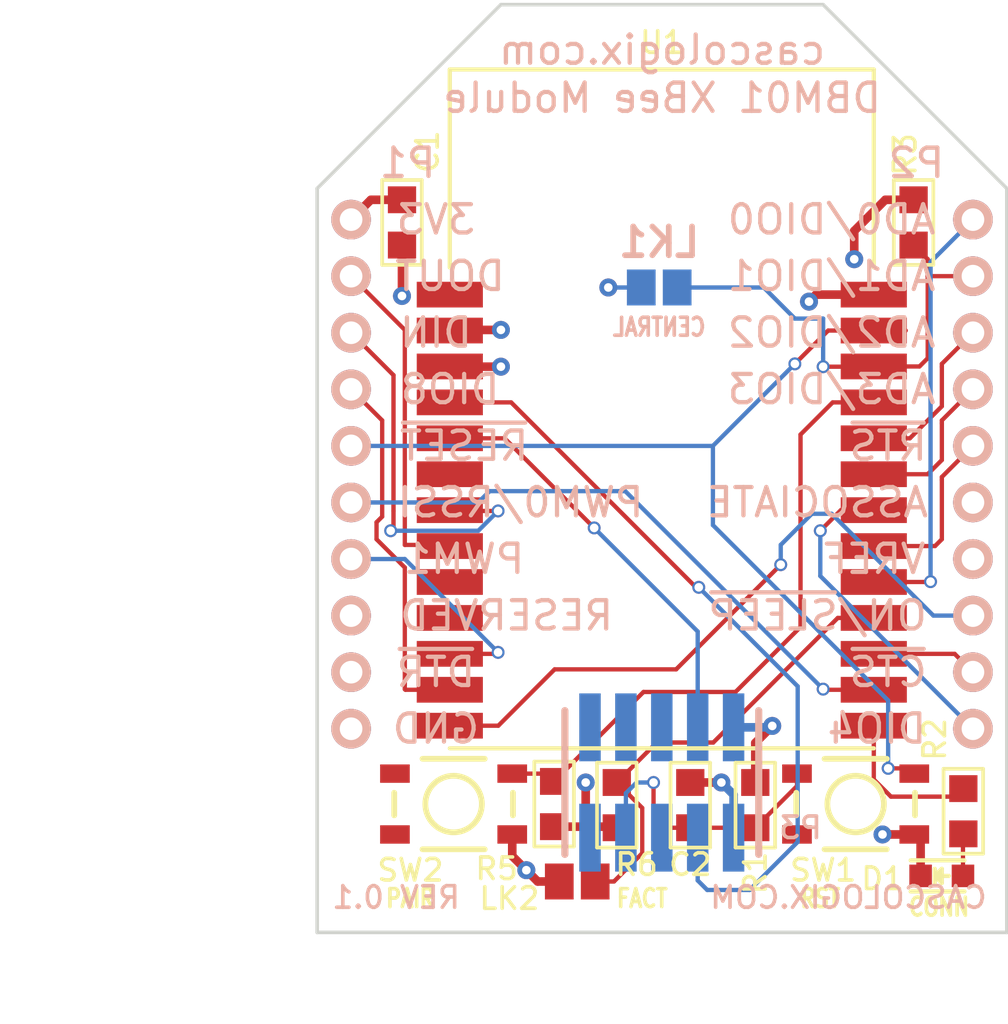
<source format=kicad_pcb>
(kicad_pcb (version 4) (host pcbnew 4.0.4-stable)

  (general
    (links 49)
    (no_connects 4)
    (area 98.936499 77.436499 123.463501 110.363501)
    (thickness 1.6002)
    (drawings 15)
    (tracks 201)
    (zones 0)
    (modules 16)
    (nets 36)
  )

  (page USLetter)
  (title_block
    (title "Dorji DBM01 Bluetooth Low Energy XBee Module")
    (date 2016-11-24)
    (rev 1.0)
    (company "Casco Logix, LLC")
  )

  (layers
    (0 Front signal)
    (1 Power.Cu power)
    (2 Ground.Cu power)
    (31 Back signal)
    (32 B.Adhes user)
    (33 F.Adhes user)
    (34 B.Paste user)
    (35 F.Paste user)
    (36 B.SilkS user)
    (37 F.SilkS user)
    (38 B.Mask user)
    (39 F.Mask user)
    (40 Dwgs.User user)
    (41 Cmts.User user)
    (42 Eco1.User user)
    (43 Eco2.User user)
    (44 Edge.Cuts user)
  )

  (setup
    (last_trace_width 0.1524)
    (user_trace_width 0.1524)
    (user_trace_width 0.254)
    (user_trace_width 0.381)
    (user_trace_width 0.508)
    (user_trace_width 0.635)
    (user_trace_width 0.762)
    (user_trace_width 0.889)
    (user_trace_width 1.016)
    (trace_clearance 0.1524)
    (zone_clearance 0.25)
    (zone_45_only no)
    (trace_min 0.127)
    (segment_width 0.254)
    (edge_width 0.127)
    (via_size 0.4572)
    (via_drill 0.3048)
    (via_min_size 0.4572)
    (via_min_drill 0.254)
    (uvia_size 0.254)
    (uvia_drill 0.1016)
    (uvias_allowed no)
    (uvia_min_size 0.254)
    (uvia_min_drill 0.1016)
    (pcb_text_width 0.3048)
    (pcb_text_size 1.524 2.032)
    (mod_edge_width 0.1524)
    (mod_text_size 0.762 0.762)
    (mod_text_width 0.127)
    (pad_size 1.27 1.016)
    (pad_drill 0)
    (pad_to_mask_clearance 0.254)
    (aux_axis_origin 99 110.3)
    (grid_origin 99 110.3)
    (visible_elements 7FFEFFFF)
    (pcbplotparams
      (layerselection 0x010fc_80000007)
      (usegerberextensions false)
      (excludeedgelayer true)
      (linewidth 0.150000)
      (plotframeref false)
      (viasonmask false)
      (mode 1)
      (useauxorigin true)
      (hpglpennumber 1)
      (hpglpenspeed 20)
      (hpglpendiameter 15)
      (hpglpenoverlay 2)
      (psnegative false)
      (psa4output false)
      (plotreference true)
      (plotvalue false)
      (plotinvisibletext false)
      (padsonsilk false)
      (subtractmaskfromsilk false)
      (outputformat 1)
      (mirror false)
      (drillshape 0)
      (scaleselection 1)
      (outputdirectory Z:/Engineering/Projects/XBee/DorjiBee/Hardware/Gerbers/))
  )

  (net 0 "")
  (net 1 GND)
  (net 2 RESET)
  (net 3 "Net-(P1-Pad8)")
  (net 4 "Net-(P1-Pad9)")
  (net 5 VDD)
  (net 6 "Net-(D1-Pad2)")
  (net 7 DIO9)
  (net 8 DIO7)
  (net 9 DIO8)
  (net 10 RXD)
  (net 11 TXD)
  (net 12 CTRL)
  (net 13 ROLE)
  (net 14 DIO2)
  (net 15 DIO3)
  (net 16 DIO5)
  (net 17 SLEEP)
  (net 18 DIO6)
  (net 19 DIO4)
  (net 20 P2.2)
  (net 21 P2.1)
  (net 22 "Net-(R2-Pad1)")
  (net 23 "Net-(R5-Pad2)")
  (net 24 "Net-(U1-Pad1)")
  (net 25 "Net-(U1-Pad6)")
  (net 26 "Net-(U1-Pad9)")
  (net 27 "Net-(U1-Pad10)")
  (net 28 "Net-(LK2-Pad1)")
  (net 29 "Net-(P2-Pad15)")
  (net 30 "Net-(P2-Pad14)")
  (net 31 "Net-(P3-Pad5)")
  (net 32 "Net-(P3-Pad6)")
  (net 33 "Net-(P3-Pad8)")
  (net 34 "Net-(P3-Pad9)")
  (net 35 "Net-(P3-Pad10)")

  (net_class Default "This is the default net class."
    (clearance 0.1524)
    (trace_width 0.1524)
    (via_dia 0.4572)
    (via_drill 0.3048)
    (uvia_dia 0.254)
    (uvia_drill 0.1016)
    (add_net CTRL)
    (add_net DIO2)
    (add_net DIO3)
    (add_net DIO4)
    (add_net DIO5)
    (add_net DIO6)
    (add_net DIO7)
    (add_net DIO8)
    (add_net DIO9)
    (add_net "Net-(D1-Pad2)")
    (add_net "Net-(LK2-Pad1)")
    (add_net "Net-(P1-Pad8)")
    (add_net "Net-(P1-Pad9)")
    (add_net "Net-(P2-Pad14)")
    (add_net "Net-(P2-Pad15)")
    (add_net "Net-(P3-Pad10)")
    (add_net "Net-(P3-Pad5)")
    (add_net "Net-(P3-Pad6)")
    (add_net "Net-(P3-Pad8)")
    (add_net "Net-(P3-Pad9)")
    (add_net "Net-(R2-Pad1)")
    (add_net "Net-(R5-Pad2)")
    (add_net "Net-(U1-Pad1)")
    (add_net "Net-(U1-Pad10)")
    (add_net "Net-(U1-Pad6)")
    (add_net "Net-(U1-Pad9)")
    (add_net P2.1)
    (add_net P2.2)
    (add_net RESET)
    (add_net ROLE)
    (add_net RXD)
    (add_net SLEEP)
    (add_net TXD)
  )

  (net_class Power ""
    (clearance 0.1524)
    (trace_width 0.3048)
    (via_dia 0.635)
    (via_drill 0.3048)
    (uvia_dia 0.254)
    (uvia_drill 0.1016)
    (add_net GND)
    (add_net VDD)
  )

  (module Header:HEADER_XBEE_P11_P20_ALT3 locked (layer Back) (tedit 583898B0) (tstamp 5839CB55)
    (at 122.2 93.1 180)
    (path /5838A361)
    (fp_text reference P2 (at 2 10 180) (layer B.SilkS)
      (effects (font (size 1 1) (thickness 0.1524)) (justify mirror))
    )
    (fp_text value HEADER_M_XBEE_P11-P20_PTH_DTE (at 11 -13 180) (layer B.SilkS) hide
      (effects (font (size 1 1) (thickness 0.1524)) (justify mirror))
    )
    (fp_text user "" (at 10.5 12 180) (layer Cmts.User)
      (effects (font (size 1 1) (thickness 0.15)))
    )
    (fp_text user "" (at 11 14 180) (layer Cmts.User)
      (effects (font (size 1 1) (thickness 0.15)))
    )
    (fp_text user AD0/DIO0 (at 5 8 180) (layer B.SilkS)
      (effects (font (size 1 1) (thickness 0.15)) (justify mirror))
    )
    (fp_text user AD1/DIO1 (at 5 6 180) (layer B.SilkS)
      (effects (font (size 1 1) (thickness 0.15)) (justify mirror))
    )
    (fp_text user AD2/DIO2 (at 5 4 180) (layer B.SilkS)
      (effects (font (size 1 1) (thickness 0.15)) (justify mirror))
    )
    (fp_text user AD3/DIO3 (at 5 2 180) (layer B.SilkS)
      (effects (font (size 1 1) (thickness 0.15)) (justify mirror))
    )
    (fp_text user ~RTS (at 3 0 180) (layer B.SilkS)
      (effects (font (size 1 1) (thickness 0.15)) (justify mirror))
    )
    (fp_text user ASSOCIATE (at 5.5 -2 180) (layer B.SilkS)
      (effects (font (size 1 1) (thickness 0.15)) (justify mirror))
    )
    (fp_text user VREF (at 3.5 -4 180) (layer B.SilkS)
      (effects (font (size 1 1) (thickness 0.15)) (justify mirror))
    )
    (fp_text user ON/~SLEEP (at 5.5 -6 180) (layer B.SilkS)
      (effects (font (size 1 1) (thickness 0.15)) (justify mirror))
    )
    (fp_text user ~CTS (at 3 -8 180) (layer B.SilkS)
      (effects (font (size 1 1) (thickness 0.15)) (justify mirror))
    )
    (fp_text user DIO4 (at 3.4 -10 180) (layer B.SilkS)
      (effects (font (size 1 1) (thickness 0.15)) (justify mirror))
    )
    (pad 20 thru_hole circle (at 0 8) (size 1.4 1.4) (drill 0.8) (layers *.Cu *.Mask B.SilkS)
      (net 12 CTRL))
    (pad 19 thru_hole circle (at 0 6) (size 1.4 1.4) (drill 0.8) (layers *.Cu *.Mask B.SilkS)
      (net 13 ROLE))
    (pad 18 thru_hole circle (at 0 4) (size 1.4 1.4) (drill 0.8) (layers *.Cu *.Mask B.SilkS)
      (net 14 DIO2))
    (pad 17 thru_hole circle (at 0 2) (size 1.4 1.4) (drill 0.8) (layers *.Cu *.Mask B.SilkS)
      (net 15 DIO3))
    (pad 16 thru_hole circle (at 0 0) (size 1.4 1.4) (drill 0.8) (layers *.Cu *.Mask B.SilkS)
      (net 16 DIO5))
    (pad 15 thru_hole circle (at 0 -2) (size 1.4 1.4) (drill 0.8) (layers *.Cu *.Mask B.SilkS)
      (net 29 "Net-(P2-Pad15)"))
    (pad 14 thru_hole circle (at 0 -4) (size 1.4 1.4) (drill 0.8) (layers *.Cu *.Mask B.SilkS)
      (net 30 "Net-(P2-Pad14)"))
    (pad 13 thru_hole circle (at 0 -6) (size 1.4 1.4) (drill 0.8) (layers *.Cu *.Mask B.SilkS)
      (net 17 SLEEP))
    (pad 12 thru_hole circle (at 0 -8) (size 1.4 1.4) (drill 0.8) (layers *.Cu *.Mask B.SilkS)
      (net 18 DIO6))
    (pad 11 thru_hole circle (at 0 -10) (size 1.4 1.4) (drill 0.8) (layers *.Cu *.Mask B.SilkS)
      (net 19 DIO4))
    (model C:/Engineering/KiCAD_Libraries/3D/Headers/VRML/HEADER_M_2.00MM_1R10P_ST_AU_PTH.wrl
      (at (xyz 0 -0.03937 0))
      (scale (xyz 1 1 1))
      (rotate (xyz 0 0 90))
    )
  )

  (module Header:HEADER_XBEE_P1_P10_ALT3 locked (layer Back) (tedit 583886BA) (tstamp 5836911A)
    (at 111.2 93.1 180)
    (path /5838A31A)
    (fp_text reference P1 (at 9 10 180) (layer B.SilkS)
      (effects (font (size 1 1) (thickness 0.1524)) (justify mirror))
    )
    (fp_text value "XBEE HEADER" (at 0 -13 180) (layer B.SilkS) hide
      (effects (font (size 1 1) (thickness 0.1524)) (justify mirror))
    )
    (fp_text user "" (at 0 -13 180) (layer Cmts.User)
      (effects (font (size 1 1) (thickness 0.15)))
    )
    (fp_text user "" (at 0 10 180) (layer Cmts.User)
      (effects (font (size 1 1) (thickness 0.15)))
    )
    (fp_text user cascologix.com (at 0 14 180) (layer B.SilkS)
      (effects (font (size 1 1) (thickness 0.15)) (justify mirror))
    )
    (fp_text user 3V3 (at 8 8 180) (layer B.SilkS)
      (effects (font (size 1 1) (thickness 0.15)) (justify mirror))
    )
    (fp_text user "DBM01 XBee Module" (at 0 12.3 180) (layer B.SilkS)
      (effects (font (size 1 1) (thickness 0.15)) (justify mirror))
    )
    (fp_text user DOUT (at 7.5 6 180) (layer B.SilkS)
      (effects (font (size 1 1) (thickness 0.15)) (justify mirror))
    )
    (fp_text user DIN (at 8 4 180) (layer B.SilkS)
      (effects (font (size 1 1) (thickness 0.15)) (justify mirror))
    )
    (fp_text user DIO8 (at 7.5 2 180) (layer B.SilkS)
      (effects (font (size 1 1) (thickness 0.15)) (justify mirror))
    )
    (fp_text user ~RESET (at 7 0 180) (layer B.SilkS)
      (effects (font (size 1 1) (thickness 0.15)) (justify mirror))
    )
    (fp_text user PWM0/RSSI (at 5 -2 180) (layer B.SilkS)
      (effects (font (size 1 1) (thickness 0.15)) (justify mirror))
    )
    (fp_text user PWM1 (at 7 -4 180) (layer B.SilkS)
      (effects (font (size 1 1) (thickness 0.15)) (justify mirror))
    )
    (fp_text user RESERVED (at 5.5 -6 180) (layer B.SilkS)
      (effects (font (size 1 1) (thickness 0.15)) (justify mirror))
    )
    (fp_text user ~DTR (at 8 -8 180) (layer B.SilkS)
      (effects (font (size 1 1) (thickness 0.15)) (justify mirror))
    )
    (fp_text user GND (at 8 -10 180) (layer B.SilkS)
      (effects (font (size 1 1) (thickness 0.15)) (justify mirror))
    )
    (pad 10 thru_hole circle (at 11 -10) (size 1.4 1.4) (drill 0.8) (layers *.Cu *.Mask B.SilkS)
      (net 1 GND))
    (pad 9 thru_hole circle (at 11 -8) (size 1.4 1.4) (drill 0.8) (layers *.Cu *.Mask B.SilkS)
      (net 4 "Net-(P1-Pad9)"))
    (pad 8 thru_hole circle (at 11 -6) (size 1.4 1.4) (drill 0.8) (layers *.Cu *.Mask B.SilkS)
      (net 3 "Net-(P1-Pad8)"))
    (pad 7 thru_hole circle (at 11 -4) (size 1.4 1.4) (drill 0.8) (layers *.Cu *.Mask B.SilkS)
      (net 7 DIO9))
    (pad 6 thru_hole circle (at 11 -2) (size 1.4 1.4) (drill 0.8) (layers *.Cu *.Mask B.SilkS)
      (net 8 DIO7))
    (pad 5 thru_hole circle (at 11 0) (size 1.4 1.4) (drill 0.8) (layers *.Cu *.Mask B.SilkS)
      (net 2 RESET))
    (pad 4 thru_hole circle (at 11 2) (size 1.4 1.4) (drill 0.8) (layers *.Cu *.Mask B.SilkS)
      (net 9 DIO8))
    (pad 3 thru_hole circle (at 11 4) (size 1.4 1.4) (drill 0.8) (layers *.Cu *.Mask B.SilkS)
      (net 10 RXD))
    (pad 2 thru_hole circle (at 11 6) (size 1.4 1.4) (drill 0.8) (layers *.Cu *.Mask B.SilkS)
      (net 11 TXD))
    (pad 1 thru_hole circle (at 11 8) (size 1.4 1.4) (drill 0.8) (layers *.Cu *.Mask B.SilkS)
      (net 5 VDD))
    (model C:/Engineering/KiCAD_Libraries/3D/Headers/VRML/HEADER_M_2.00MM_1R10P_ST_AU_PTH.wrl
      (at (xyz 0.433 -0.03937 0))
      (scale (xyz 1 1 1))
      (rotate (xyz 0 0 90))
    )
  )

  (module Passive:0603 (layer Front) (tedit 58376CA6) (tstamp 58368F81)
    (at 102 85.2 270)
    (path /58368A0E)
    (attr smd)
    (fp_text reference C1 (at -2.5 -0.9 270) (layer F.SilkS)
      (effects (font (size 0.762 0.762) (thickness 0.127)))
    )
    (fp_text value 10uF (at 0 1.524 270) (layer F.Fab)
      (effects (font (size 0.762 0.762) (thickness 0.127)))
    )
    (fp_line (start -1.5 -0.7) (end -1.5 0.7) (layer F.SilkS) (width 0.13))
    (fp_line (start -1.5 0.7) (end 1.5 0.7) (layer F.SilkS) (width 0.13))
    (fp_line (start 1.5 0.7) (end 1.5 -0.7) (layer F.SilkS) (width 0.13))
    (fp_line (start 1.5 -0.7) (end -1.5 -0.7) (layer F.SilkS) (width 0.13))
    (pad 1 smd rect (at -0.8 0 270) (size 0.95 1) (layers Front F.Paste F.Mask)
      (net 5 VDD))
    (pad 2 smd rect (at 0.8 0 270) (size 0.95 1) (layers Front F.Paste F.Mask)
      (net 1 GND))
    (model C:/Engineering/KiCAD_Libraries/3D/Discrete/Passive/Resistors/VRML/R0603.wrl
      (at (xyz 0 0 0.005))
      (scale (xyz 1 1 1))
      (rotate (xyz 0 0 0))
    )
  )

  (module Passive:0603 (layer Front) (tedit 583884F1) (tstamp 58368F93)
    (at 112.2 105.8 90)
    (path /583688D0)
    (attr smd)
    (fp_text reference C2 (at -2.1 0 180) (layer F.SilkS)
      (effects (font (size 0.762 0.762) (thickness 0.127)))
    )
    (fp_text value 0.01uF (at 0 1.524 90) (layer F.Fab)
      (effects (font (size 0.762 0.762) (thickness 0.127)))
    )
    (fp_line (start -1.5 -0.7) (end -1.5 0.7) (layer F.SilkS) (width 0.13))
    (fp_line (start -1.5 0.7) (end 1.5 0.7) (layer F.SilkS) (width 0.13))
    (fp_line (start 1.5 0.7) (end 1.5 -0.7) (layer F.SilkS) (width 0.13))
    (fp_line (start 1.5 -0.7) (end -1.5 -0.7) (layer F.SilkS) (width 0.13))
    (pad 1 smd rect (at -0.8 0 90) (size 0.95 1) (layers Front F.Paste F.Mask)
      (net 2 RESET))
    (pad 2 smd rect (at 0.8 0 90) (size 0.95 1) (layers Front F.Paste F.Mask)
      (net 1 GND))
    (model C:/Engineering/KiCAD_Libraries/3D/Discrete/Passive/Resistors/VRML/R0603.wrl
      (at (xyz 0 0 0.005))
      (scale (xyz 1 1 1))
      (rotate (xyz 0 0 0))
    )
  )

  (module LEDs:LED_0603 (layer Front) (tedit 5838844C) (tstamp 58368F99)
    (at 121.098 108.302)
    (descr "LED 0603 smd package")
    (tags "LED led 0603 SMD smd SMT smt smdled SMDLED smtled SMTLED")
    (path /5836845F)
    (attr smd)
    (fp_text reference D1 (at -2.098 0.098) (layer F.SilkS)
      (effects (font (size 0.762 0.762) (thickness 0.127)))
    )
    (fp_text value GRN (at 0 1.5) (layer F.Fab)
      (effects (font (size 0.762 0.762) (thickness 0.127)))
    )
    (fp_line (start -0.3 -0.2) (end -0.3 0.2) (layer F.Fab) (width 0.15))
    (fp_line (start -0.2 0) (end 0.1 -0.2) (layer F.Fab) (width 0.15))
    (fp_line (start 0.1 0.2) (end -0.2 0) (layer F.Fab) (width 0.15))
    (fp_line (start 0.1 -0.2) (end 0.1 0.2) (layer F.Fab) (width 0.15))
    (fp_line (start 0.8 0.4) (end -0.8 0.4) (layer F.Fab) (width 0.15))
    (fp_line (start 0.8 -0.4) (end 0.8 0.4) (layer F.Fab) (width 0.15))
    (fp_line (start -0.8 -0.4) (end 0.8 -0.4) (layer F.Fab) (width 0.15))
    (fp_line (start -0.8 0.4) (end -0.8 -0.4) (layer F.Fab) (width 0.15))
    (fp_line (start -1.1 0.55) (end 0.8 0.55) (layer F.SilkS) (width 0.15))
    (fp_line (start -1.1 -0.55) (end 0.8 -0.55) (layer F.SilkS) (width 0.15))
    (fp_line (start -0.2 0) (end 0.25 0) (layer F.SilkS) (width 0.15))
    (fp_line (start -0.25 -0.25) (end -0.25 0.25) (layer F.SilkS) (width 0.15))
    (fp_line (start -0.25 0) (end 0 -0.25) (layer F.SilkS) (width 0.15))
    (fp_line (start 0 -0.25) (end 0 0.25) (layer F.SilkS) (width 0.15))
    (fp_line (start 0 0.25) (end -0.25 0) (layer F.SilkS) (width 0.15))
    (fp_line (start 1.4 -0.75) (end 1.4 0.75) (layer F.CrtYd) (width 0.05))
    (fp_line (start 1.4 0.75) (end -1.4 0.75) (layer F.CrtYd) (width 0.05))
    (fp_line (start -1.4 0.75) (end -1.4 -0.75) (layer F.CrtYd) (width 0.05))
    (fp_line (start -1.4 -0.75) (end 1.4 -0.75) (layer F.CrtYd) (width 0.05))
    (pad 2 smd rect (at 0.7493 0 180) (size 0.79756 0.79756) (layers Front F.Paste F.Mask)
      (net 6 "Net-(D1-Pad2)"))
    (pad 1 smd rect (at -0.7493 0 180) (size 0.79756 0.79756) (layers Front F.Paste F.Mask)
      (net 1 GND))
    (model LEDs.3dshapes/LED_0603.wrl
      (at (xyz 0 0 0))
      (scale (xyz 1 1 1))
      (rotate (xyz 0 0 180))
    )
  )

  (module Passive:R0603 (layer Front) (tedit 5837B2B2) (tstamp 58368FB7)
    (at 114.5 105.8 270)
    (path /5836A8DD)
    (attr smd)
    (fp_text reference R1 (at 2.4 0 450) (layer F.SilkS)
      (effects (font (size 0.762 0.762) (thickness 0.127)))
    )
    (fp_text value 10k (at 0 1.524 270) (layer F.Fab)
      (effects (font (size 0.762 0.762) (thickness 0.127)))
    )
    (fp_line (start -1.5 -0.7) (end -1.5 0.7) (layer F.SilkS) (width 0.13))
    (fp_line (start -1.5 0.7) (end 1.5 0.7) (layer F.SilkS) (width 0.13))
    (fp_line (start 1.5 0.7) (end 1.5 -0.7) (layer F.SilkS) (width 0.13))
    (fp_line (start 1.5 -0.7) (end -1.5 -0.7) (layer F.SilkS) (width 0.13))
    (pad 1 smd rect (at -0.8 0 270) (size 0.95 1) (layers Front F.Paste F.Mask)
      (net 5 VDD))
    (pad 2 smd rect (at 0.8 0 270) (size 0.95 1) (layers Front F.Paste F.Mask)
      (net 2 RESET))
    (model C:/Engineering/KiCAD_Libraries/3D/Discrete/Passive/Resistors/VRML/R0603.wrl
      (at (xyz 0 0 0.005))
      (scale (xyz 1 1 1))
      (rotate (xyz 0 0 0))
    )
  )

  (module Passive:R0603 (layer Front) (tedit 58369281) (tstamp 58368FBD)
    (at 121.86 106.016 270)
    (path /58368490)
    (attr smd)
    (fp_text reference R2 (at -2.54 1.016 270) (layer F.SilkS)
      (effects (font (size 0.762 0.762) (thickness 0.127)))
    )
    (fp_text value 330 (at 0 1.524 270) (layer F.Fab)
      (effects (font (size 0.762 0.762) (thickness 0.127)))
    )
    (fp_line (start -1.5 -0.7) (end -1.5 0.7) (layer F.SilkS) (width 0.13))
    (fp_line (start -1.5 0.7) (end 1.5 0.7) (layer F.SilkS) (width 0.13))
    (fp_line (start 1.5 0.7) (end 1.5 -0.7) (layer F.SilkS) (width 0.13))
    (fp_line (start 1.5 -0.7) (end -1.5 -0.7) (layer F.SilkS) (width 0.13))
    (pad 1 smd rect (at -0.8 0 270) (size 0.95 1) (layers Front F.Paste F.Mask)
      (net 22 "Net-(R2-Pad1)"))
    (pad 2 smd rect (at 0.8 0 270) (size 0.95 1) (layers Front F.Paste F.Mask)
      (net 6 "Net-(D1-Pad2)"))
    (model C:/Engineering/KiCAD_Libraries/3D/Discrete/Passive/Resistors/VRML/R0603.wrl
      (at (xyz 0 0 0.005))
      (scale (xyz 1 1 1))
      (rotate (xyz 0 0 0))
    )
  )

  (module Passive:R0603 (layer Front) (tedit 5837BE25) (tstamp 58368FC3)
    (at 120.1 85.2 270)
    (path /58368F41)
    (attr smd)
    (fp_text reference R3 (at -2.4 0.3 270) (layer F.SilkS)
      (effects (font (size 0.762 0.762) (thickness 0.127)))
    )
    (fp_text value 10k (at 0 1.524 270) (layer F.Fab)
      (effects (font (size 0.762 0.762) (thickness 0.127)))
    )
    (fp_line (start -1.5 -0.7) (end -1.5 0.7) (layer F.SilkS) (width 0.13))
    (fp_line (start -1.5 0.7) (end 1.5 0.7) (layer F.SilkS) (width 0.13))
    (fp_line (start 1.5 0.7) (end 1.5 -0.7) (layer F.SilkS) (width 0.13))
    (fp_line (start 1.5 -0.7) (end -1.5 -0.7) (layer F.SilkS) (width 0.13))
    (pad 1 smd rect (at -0.8 0 270) (size 0.95 1) (layers Front F.Paste F.Mask)
      (net 5 VDD))
    (pad 2 smd rect (at 0.8 0 270) (size 0.95 1) (layers Front F.Paste F.Mask)
      (net 13 ROLE))
    (model C:/Engineering/KiCAD_Libraries/3D/Discrete/Passive/Resistors/VRML/R0603.wrl
      (at (xyz 0 0 0.005))
      (scale (xyz 1 1 1))
      (rotate (xyz 0 0 0))
    )
  )

  (module Passive:R0603 (layer Front) (tedit 58369210) (tstamp 58368FCF)
    (at 107.382 105.762 90)
    (path /5836D0A9)
    (attr smd)
    (fp_text reference R5 (at -2.286 -2.032 180) (layer F.SilkS)
      (effects (font (size 0.762 0.762) (thickness 0.127)))
    )
    (fp_text value 10k (at 0 1.524 90) (layer F.Fab)
      (effects (font (size 0.762 0.762) (thickness 0.127)))
    )
    (fp_line (start -1.5 -0.7) (end -1.5 0.7) (layer F.SilkS) (width 0.13))
    (fp_line (start -1.5 0.7) (end 1.5 0.7) (layer F.SilkS) (width 0.13))
    (fp_line (start 1.5 0.7) (end 1.5 -0.7) (layer F.SilkS) (width 0.13))
    (fp_line (start 1.5 -0.7) (end -1.5 -0.7) (layer F.SilkS) (width 0.13))
    (pad 1 smd rect (at -0.8 0 90) (size 0.95 1) (layers Front F.Paste F.Mask)
      (net 5 VDD))
    (pad 2 smd rect (at 0.8 0 90) (size 0.95 1) (layers Front F.Paste F.Mask)
      (net 23 "Net-(R5-Pad2)"))
    (model C:/Engineering/KiCAD_Libraries/3D/Discrete/Passive/Resistors/VRML/R0603.wrl
      (at (xyz 0 0 0.005))
      (scale (xyz 1 1 1))
      (rotate (xyz 0 0 0))
    )
  )

  (module Passive:R0603 (layer Front) (tedit 583884E9) (tstamp 58368FD5)
    (at 109.6 105.8 90)
    (path /5836CFF0)
    (attr smd)
    (fp_text reference R6 (at -2.1 0.7 360) (layer F.SilkS)
      (effects (font (size 0.762 0.762) (thickness 0.127)))
    )
    (fp_text value 10k (at 0 1.524 90) (layer F.Fab)
      (effects (font (size 0.762 0.762) (thickness 0.127)))
    )
    (fp_line (start -1.5 -0.7) (end -1.5 0.7) (layer F.SilkS) (width 0.13))
    (fp_line (start -1.5 0.7) (end 1.5 0.7) (layer F.SilkS) (width 0.13))
    (fp_line (start 1.5 0.7) (end 1.5 -0.7) (layer F.SilkS) (width 0.13))
    (fp_line (start 1.5 -0.7) (end -1.5 -0.7) (layer F.SilkS) (width 0.13))
    (pad 1 smd rect (at -0.8 0 90) (size 0.95 1) (layers Front F.Paste F.Mask)
      (net 5 VDD))
    (pad 2 smd rect (at 0.8 0 90) (size 0.95 1) (layers Front F.Paste F.Mask)
      (net 28 "Net-(LK2-Pad1)"))
    (model C:/Engineering/KiCAD_Libraries/3D/Discrete/Passive/Resistors/VRML/R0603.wrl
      (at (xyz 0 0 0.005))
      (scale (xyz 1 1 1))
      (rotate (xyz 0 0 0))
    )
  )

  (module Electromechanical:PTS810_SMT (layer Front) (tedit 58388449) (tstamp 58368FDD)
    (at 118.05 105.762 180)
    (path /58368ABB)
    (attr smd)
    (fp_text reference SW1 (at 1.15 -2.338 180) (layer F.SilkS)
      (effects (font (size 0.762 0.762) (thickness 0.127)))
    )
    (fp_text value PTS810 (at 0 -2.54 180) (layer F.SilkS) hide
      (effects (font (size 0.762 0.762) (thickness 0.127)))
    )
    (fp_circle (center 0 0) (end 1 0) (layer F.SilkS) (width 0.2032))
    (fp_line (start -2.1 0.4) (end -2.1 -0.4) (layer F.SilkS) (width 0.2032))
    (fp_line (start 1.1 1.6) (end -1.1 1.6) (layer F.SilkS) (width 0.2032))
    (fp_line (start 2.1 -0.4) (end 2.1 0.4) (layer F.SilkS) (width 0.2032))
    (fp_line (start -1.1 -1.6) (end 1.1 -1.6) (layer F.SilkS) (width 0.2032))
    (pad 4 smd rect (at 2.075 1.075 180) (size 1.05 0.65) (layers Front F.Paste F.Mask)
      (net 2 RESET))
    (pad 3 smd rect (at -2.075 1.075 180) (size 1.05 0.65) (layers Front F.Paste F.Mask)
      (net 2 RESET))
    (pad 1 smd rect (at -2.075 -1.075 180) (size 1.05 0.65) (layers Front F.Paste F.Mask)
      (net 1 GND))
    (pad 2 smd rect (at 2.075 -1.075 180) (size 1.05 0.65) (layers Front F.Paste F.Mask)
      (net 1 GND))
    (model C:/Engineering/KiCAD_Libraries/3D/Electromechanical/Pushbuttons/VRML/PTS810.wrl
      (at (xyz 0 0 0))
      (scale (xyz 1 1 1))
      (rotate (xyz 0 0 0))
    )
  )

  (module Electromechanical:PTS810_SMT (layer Front) (tedit 5838848D) (tstamp 58368FE5)
    (at 103.826 105.762)
    (path /5836CCD4)
    (attr smd)
    (fp_text reference SW2 (at -1.526 2.338) (layer F.SilkS)
      (effects (font (size 0.762 0.762) (thickness 0.127)))
    )
    (fp_text value PTS810 (at 0 -2.54) (layer F.SilkS) hide
      (effects (font (size 0.762 0.762) (thickness 0.127)))
    )
    (fp_circle (center 0 0) (end 1 0) (layer F.SilkS) (width 0.2032))
    (fp_line (start -2.1 0.4) (end -2.1 -0.4) (layer F.SilkS) (width 0.2032))
    (fp_line (start 1.1 1.6) (end -1.1 1.6) (layer F.SilkS) (width 0.2032))
    (fp_line (start 2.1 -0.4) (end 2.1 0.4) (layer F.SilkS) (width 0.2032))
    (fp_line (start -1.1 -1.6) (end 1.1 -1.6) (layer F.SilkS) (width 0.2032))
    (pad 4 smd rect (at 2.075 1.075) (size 1.05 0.65) (layers Front F.Paste F.Mask)
      (net 1 GND))
    (pad 3 smd rect (at -2.075 1.075) (size 1.05 0.65) (layers Front F.Paste F.Mask)
      (net 1 GND))
    (pad 1 smd rect (at -2.075 -1.075) (size 1.05 0.65) (layers Front F.Paste F.Mask)
      (net 23 "Net-(R5-Pad2)"))
    (pad 2 smd rect (at 2.075 -1.075) (size 1.05 0.65) (layers Front F.Paste F.Mask)
      (net 23 "Net-(R5-Pad2)"))
    (model C:/Engineering/KiCAD_Libraries/3D/Electromechanical/Pushbuttons/VRML/PTS810.wrl
      (at (xyz 0 0 0.005))
      (scale (xyz 1 1 1))
      (rotate (xyz 0 0 0))
    )
  )

  (module Header:HEADER_M_1.27MM_2R10P_ST_AU_SMT (layer Back) (tedit 58388310) (tstamp 583692A6)
    (at 111.192 105 180)
    (tags Header)
    (path /583707D9)
    (fp_text reference P3 (at -4.908 -1.6 180) (layer B.SilkS)
      (effects (font (size 0.762 0.762) (thickness 0.127)) (justify mirror))
    )
    (fp_text value JTAG (at 4.445 0 450) (layer B.Fab) hide
      (effects (font (size 0.762 0.762) (thickness 0.127)) (justify mirror))
    )
    (fp_line (start 3.429 2.54) (end 3.429 -2.54) (layer B.SilkS) (width 0.254))
    (fp_line (start -3.429 -2.54) (end -3.429 2.54) (layer B.SilkS) (width 0.254))
    (pad 1 smd rect (at -2.54 -1.95 180) (size 0.76 2.4) (layers Back B.Paste B.Mask)
      (net 1 GND))
    (pad 2 smd rect (at -2.54 1.95 180) (size 0.76 2.4) (layers Back B.Paste B.Mask)
      (net 5 VDD))
    (pad 3 smd rect (at -1.27 -1.95 180) (size 0.76 2.4) (layers Back B.Paste B.Mask)
      (net 20 P2.2))
    (pad 4 smd rect (at -1.27 1.95 180) (size 0.76 2.4) (layers Back B.Paste B.Mask)
      (net 21 P2.1))
    (pad 5 smd rect (at 0 -1.95 180) (size 0.76 2.4) (layers Back B.Paste B.Mask)
      (net 31 "Net-(P3-Pad5)"))
    (pad 6 smd rect (at 0 1.95 180) (size 0.76 2.4) (layers Back B.Paste B.Mask)
      (net 32 "Net-(P3-Pad6)"))
    (pad 7 smd rect (at 1.27 -1.95 180) (size 0.76 2.4) (layers Back B.Paste B.Mask)
      (net 2 RESET))
    (pad 8 smd rect (at 1.27 1.95 180) (size 0.76 2.4) (layers Back B.Paste B.Mask)
      (net 33 "Net-(P3-Pad8)"))
    (pad 9 smd rect (at 2.54 -1.95 180) (size 0.76 2.4) (layers Back B.Paste B.Mask)
      (net 34 "Net-(P3-Pad9)"))
    (pad 10 smd rect (at 2.54 1.95 180) (size 0.76 2.4) (layers Back B.Paste B.Mask)
      (net 35 "Net-(P3-Pad10)"))
    (model C:/Engineering/KiCAD_Libraries/3D/Headers/VRML/HEADER_M_1.27MM_2R10P_ST_AU_SMT.wrl
      (at (xyz 0 0 0))
      (scale (xyz 1 1 1))
      (rotate (xyz 0 0 0))
    )
  )

  (module RF_Modules:DBM01 locked (layer Front) (tedit 58368E7A) (tstamp 58364939)
    (at 111.192 91.792)
    (path /58367C27)
    (attr smd)
    (fp_text reference U1 (at 0 -12.954) (layer F.SilkS)
      (effects (font (size 0.762 0.762) (thickness 0.127)))
    )
    (fp_text value DBM01 (at 0 -10.16) (layer F.Fab)
      (effects (font (size 0.762 0.762) (thickness 0.127)))
    )
    (fp_line (start -7.5 -12) (end 7.5 -12) (layer F.SilkS) (width 0.15))
    (fp_line (start 7.5 -12) (end 7.5 -5) (layer F.SilkS) (width 0.15))
    (fp_line (start 7.5 12) (end -7.5 12) (layer F.SilkS) (width 0.15))
    (fp_line (start -7.5 -5) (end -7.5 -12) (layer F.SilkS) (width 0.15))
    (pad 1 smd rect (at -7.5 -4.04 180) (size 2.34 0.91) (layers Front F.Paste F.Mask)
      (net 24 "Net-(U1-Pad1)"))
    (pad 2 smd rect (at -7.5 -2.77 180) (size 2.34 0.91) (layers Front F.Paste F.Mask)
      (net 1 GND))
    (pad 3 smd rect (at -7.5 -1.5 180) (size 2.34 0.91) (layers Front F.Paste F.Mask)
      (net 5 VDD))
    (pad 4 smd rect (at -7.5 -0.23 180) (size 2.34 0.91) (layers Front F.Paste F.Mask)
      (net 20 P2.2))
    (pad 5 smd rect (at -7.5 1.04 180) (size 2.34 0.91) (layers Front F.Paste F.Mask)
      (net 21 P2.1))
    (pad 6 smd rect (at -7.5 2.31 180) (size 2.34 0.91) (layers Front F.Paste F.Mask)
      (net 25 "Net-(U1-Pad6)"))
    (pad 7 smd rect (at -7.5 3.58 180) (size 2.34 0.91) (layers Front F.Paste F.Mask)
      (net 10 RXD))
    (pad 8 smd rect (at -7.5 4.85 180) (size 2.34 0.91) (layers Front F.Paste F.Mask)
      (net 11 TXD))
    (pad 9 smd rect (at -7.5 6.12 180) (size 2.34 0.91) (layers Front F.Paste F.Mask)
      (net 26 "Net-(U1-Pad9)"))
    (pad 10 smd rect (at -7.5 7.39 180) (size 2.34 0.91) (layers Front F.Paste F.Mask)
      (net 27 "Net-(U1-Pad10)"))
    (pad 11 smd rect (at -7.5 8.66 180) (size 2.34 0.91) (layers Front F.Paste F.Mask)
      (net 7 DIO9))
    (pad 12 smd rect (at -7.5 9.93 180) (size 2.34 0.91) (layers Front F.Paste F.Mask)
      (net 9 DIO8))
    (pad 13 smd rect (at -7.5 11.2 180) (size 2.34 0.91) (layers Front F.Paste F.Mask)
      (net 17 SLEEP))
    (pad 14 smd rect (at 7.5 11.2) (size 2.34 0.91) (layers Front F.Paste F.Mask)
      (net 22 "Net-(R2-Pad1)"))
    (pad 15 smd rect (at 7.5 9.93) (size 2.34 0.91) (layers Front F.Paste F.Mask)
      (net 8 DIO7))
    (pad 16 smd rect (at 7.5 8.66) (size 2.34 0.91) (layers Front F.Paste F.Mask)
      (net 18 DIO6))
    (pad 17 smd rect (at 7.5 7.39) (size 2.34 0.91) (layers Front F.Paste F.Mask)
      (net 28 "Net-(LK2-Pad1)"))
    (pad 18 smd rect (at 7.5 6.12) (size 2.34 0.91) (layers Front F.Paste F.Mask)
      (net 12 CTRL))
    (pad 19 smd rect (at 7.5 4.85) (size 2.34 0.91) (layers Front F.Paste F.Mask)
      (net 16 DIO5))
    (pad 20 smd rect (at 7.5 3.58) (size 2.34 0.91) (layers Front F.Paste F.Mask)
      (net 19 DIO4))
    (pad 21 smd rect (at 7.5 2.31) (size 2.34 0.91) (layers Front F.Paste F.Mask)
      (net 15 DIO3))
    (pad 22 smd rect (at 7.5 1.04) (size 2.34 0.91) (layers Front F.Paste F.Mask)
      (net 14 DIO2))
    (pad 23 smd rect (at 7.5 -0.23) (size 2.34 0.91) (layers Front F.Paste F.Mask)
      (net 23 "Net-(R5-Pad2)"))
    (pad 24 smd rect (at 7.5 -1.5) (size 2.34 0.91) (layers Front F.Paste F.Mask)
      (net 13 ROLE))
    (pad 25 smd rect (at 7.5 -2.77) (size 2.34 0.91) (layers Front F.Paste F.Mask)
      (net 2 RESET))
    (pad 26 smd rect (at 7.5 -4.04) (size 2.34 0.91) (layers Front F.Paste F.Mask)
      (net 1 GND))
  )

  (module Passive:SOLDER_LINK_NO (layer Back) (tedit 58387E12) (tstamp 58373BE8)
    (at 111.1 87.5 90)
    (path /583706B5)
    (attr virtual)
    (fp_text reference LK1 (at 1.6 0 180) (layer B.SilkS)
      (effects (font (size 1.016 1.016) (thickness 0.2032)) (justify mirror))
    )
    (fp_text value SOLDER_LINK_NO (at -1.524 0 360) (layer B.Fab)
      (effects (font (size 1.016 1.016) (thickness 0.2032)) (justify mirror))
    )
    (pad 1 smd rect (at 0 0.635 90) (size 1.27 1.016) (layers Back B.Mask)
      (net 13 ROLE) (solder_mask_margin 0.254))
    (pad 2 smd rect (at 0 -0.635 90) (size 1.27 1.016) (layers Back B.Mask)
      (net 1 GND) (solder_mask_margin 0.254))
  )

  (module Passive:SOLDER_LINK_NO (layer Front) (tedit 5838858F) (tstamp 5837B1DF)
    (at 108.2 108.5 270)
    (path /5837B329)
    (attr virtual)
    (fp_text reference LK2 (at 0.6 2.4 360) (layer F.SilkS)
      (effects (font (size 0.762 0.762) (thickness 0.127)))
    )
    (fp_text value SOLDER_LINK_NO (at -1.524 0 360) (layer F.Fab)
      (effects (font (size 1.016 1.016) (thickness 0.2032)))
    )
    (pad 1 smd rect (at 0 -0.635 270) (size 1.27 1.016) (layers Front F.Mask)
      (net 28 "Net-(LK2-Pad1)") (solder_mask_margin 0.254))
    (pad 2 smd rect (at 0 0.635 270) (size 1.27 1.016) (layers Front F.Mask)
      (net 1 GND) (solder_mask_margin 0.254))
  )

  (gr_text CASCOLOGIX.COM (at 117.796 109.064) (layer B.SilkS)
    (effects (font (size 0.762 0.762) (thickness 0.127)) (justify mirror))
  )
  (gr_text "REV 0.1" (at 101.794 109.064) (layer B.SilkS)
    (effects (font (size 0.762 0.762) (thickness 0.127)) (justify mirror))
  )
  (gr_text CENTRAL (at 111.1 88.9) (layer B.SilkS)
    (effects (font (size 0.635 0.508) (thickness 0.127)) (justify mirror))
  )
  (gr_text FACT (at 110.5 109.1) (layer F.SilkS)
    (effects (font (size 0.635 0.508) (thickness 0.127)))
  )
  (gr_text PAIR (at 102.3 109.1) (layer F.SilkS)
    (effects (font (size 0.635 0.508) (thickness 0.127)))
  )
  (gr_text RST (at 116.8 109.1) (layer F.SilkS)
    (effects (font (size 0.635 0.508) (thickness 0.127)))
  )
  (gr_text CONN (at 121 109.4) (layer F.SilkS)
    (effects (font (size 0.635 0.508) (thickness 0.127)))
  )
  (dimension 24.4 (width 0.127) (layer Dwgs.User)
    (gr_text "24.400 mm" (at 111.2 114.5256) (layer Dwgs.User)
      (effects (font (size 2.032 1.524) (thickness 0.127)))
    )
    (feature1 (pts (xy 123.4 110.5) (xy 123.4 116.1512)))
    (feature2 (pts (xy 99 110.5) (xy 99 116.1512)))
    (crossbar (pts (xy 99 112.9) (xy 123.4 112.9)))
    (arrow1a (pts (xy 123.4 112.9) (xy 122.273496 113.486421)))
    (arrow1b (pts (xy 123.4 112.9) (xy 122.273496 112.313579)))
    (arrow2a (pts (xy 99 112.9) (xy 100.126504 113.486421)))
    (arrow2b (pts (xy 99 112.9) (xy 100.126504 112.313579)))
  )
  (dimension 32.7 (width 0.127) (layer Dwgs.User)
    (gr_text "32.700 mm" (at 93.9744 93.75 90) (layer Dwgs.User)
      (effects (font (size 2.032 1.524) (thickness 0.127)))
    )
    (feature1 (pts (xy 98.6 77.4) (xy 92.3488 77.4)))
    (feature2 (pts (xy 98.6 110.1) (xy 92.3488 110.1)))
    (crossbar (pts (xy 95.6 110.1) (xy 95.6 77.4)))
    (arrow1a (pts (xy 95.6 77.4) (xy 96.186421 78.526504)))
    (arrow1b (pts (xy 95.6 77.4) (xy 95.013579 78.526504)))
    (arrow2a (pts (xy 95.6 110.1) (xy 96.186421 108.973496)))
    (arrow2b (pts (xy 95.6 110.1) (xy 95.013579 108.973496)))
  )
  (gr_line (start 116.9 77.5) (end 105.5 77.5) (angle 90) (layer Edge.Cuts) (width 0.127))
  (gr_line (start 123.4 84) (end 116.9 77.5) (angle 90) (layer Edge.Cuts) (width 0.127))
  (gr_line (start 99 84) (end 105.5 77.5) (angle 90) (layer Edge.Cuts) (width 0.127))
  (gr_line (start 99 110.3) (end 99 84) (angle 90) (layer Edge.Cuts) (width 0.127))
  (gr_line (start 123.4 110.3) (end 123.4 84) (angle 90) (layer Edge.Cuts) (width 0.127))
  (gr_line (start 99 110.3) (end 123.4 110.3) (angle 90) (layer Edge.Cuts) (width 0.127))

  (segment (start 110.465 87.5) (end 109.3 87.5) (width 0.1524) (layer Back) (net 1))
  (via (at 109.3 87.5) (size 0.635) (drill 0.3048) (layers Front Back) (net 1))
  (via (at 119 106.837) (size 0.635) (drill 0.3048) (layers Front Back) (net 1))
  (segment (start 119 106.837) (end 119 106.8) (width 0.3048) (layer Back) (net 1) (tstamp 5837BC95))
  (segment (start 119 106.837) (end 120.125 106.837) (width 0.3048) (layer Front) (net 1) (tstamp 5837BC92))
  (segment (start 105.901 106.837) (end 105.901 107.601) (width 0.3048) (layer Front) (net 1))
  (segment (start 106.8 108.5) (end 106.4 108.1) (width 0.3048) (layer Front) (net 1) (tstamp 5837B358))
  (via (at 106.4 108.1) (size 0.635) (drill 0.3048) (layers Front Back) (net 1))
  (segment (start 106.8 108.5) (end 107.565 108.5) (width 0.3048) (layer Front) (net 1))
  (segment (start 105.901 107.601) (end 106.4 108.1) (width 0.3048) (layer Front) (net 1) (tstamp 5837B370))
  (segment (start 113.732 106.95) (end 113.732 105.432) (width 0.3048) (layer Back) (net 1))
  (segment (start 113.3 105) (end 112.2 105) (width 0.3048) (layer Front) (net 1) (tstamp 5837B2DF))
  (via (at 113.3 105) (size 0.635) (drill 0.3048) (layers Front Back) (net 1))
  (segment (start 113.732 105.432) (end 113.3 105) (width 0.3048) (layer Back) (net 1) (tstamp 5837B2DA))
  (segment (start 116.648 87.752) (end 118.692 87.752) (width 0.3048) (layer Front) (net 1) (tstamp 58376D1D))
  (segment (start 116.4 88) (end 116.648 87.752) (width 0.3048) (layer Front) (net 1) (tstamp 58376D1C))
  (via (at 116.4 88) (size 0.635) (drill 0.3048) (layers Front Back) (net 1))
  (segment (start 116.4 88.065) (end 116.4 88) (width 0.3048) (layer Back) (net 1) (tstamp 58376D1A))
  (segment (start 120.3487 108.302) (end 120.3487 107.0607) (width 0.3048) (layer Front) (net 1))
  (segment (start 120.3487 107.0607) (end 120.125 106.837) (width 0.3048) (layer Front) (net 1) (tstamp 58370437))
  (segment (start 103.692 89.022) (end 103.714 89) (width 0.3048) (layer Front) (net 1))
  (segment (start 103.714 89) (end 105.5 89) (width 0.3048) (layer Front) (net 1) (tstamp 583702FF))
  (via (at 105.5 89) (size 0.635) (drill 0.3048) (layers Front Back) (net 1))
  (segment (start 102 86) (end 102 87.8) (width 0.3048) (layer Front) (net 1))
  (via (at 102 87.8) (size 0.635) (drill 0.3048) (layers Front Back) (net 1))
  (segment (start 100.192 103.008) (end 100.192 103.062) (width 0.1524) (layer Back) (net 1) (tstamp 58373CD6))
  (segment (start 119.2 102.1) (end 113 95.9) (width 0.1524) (layer Back) (net 2))
  (segment (start 119.2 102.2) (end 119.2 102.1) (width 0.1524) (layer Back) (net 2) (tstamp 5839CE99))
  (segment (start 119.2 104.5) (end 119.2 102.2) (width 0.1524) (layer Back) (net 2) (tstamp 5839CE98))
  (via (at 119.2 104.5) (size 0.4572) (drill 0.3048) (layers Front Back) (net 2))
  (segment (start 119.938 104.5) (end 119.2 104.5) (width 0.1524) (layer Front) (net 2) (tstamp 5839CE96))
  (segment (start 113 95.9) (end 113 93.1) (width 0.1524) (layer Back) (net 2) (tstamp 5839CEA1))
  (segment (start 120.125 104.687) (end 119.938 104.5) (width 0.1524) (layer Front) (net 2))
  (segment (start 118.692 89.022) (end 117.078 89.022) (width 0.1524) (layer Front) (net 2))
  (segment (start 117.078 89.022) (end 115.9 90.2) (width 0.1524) (layer Front) (net 2) (tstamp 5839CDB8))
  (via (at 115.9 90.2) (size 0.4572) (drill 0.3048) (layers Front Back) (net 2))
  (segment (start 115.9 90.2) (end 113 93.1) (width 0.1524) (layer Back) (net 2) (tstamp 5839CDBB))
  (segment (start 113 93.1) (end 100.2 93.1) (width 0.1524) (layer Back) (net 2) (tstamp 5839CDBC))
  (segment (start 112.2 106.6) (end 111.5 106.6) (width 0.1524) (layer Front) (net 2))
  (segment (start 109.922 105.378) (end 109.922 106.95) (width 0.1524) (layer Back) (net 2) (tstamp 5837B30E))
  (segment (start 110.3 105) (end 109.922 105.378) (width 0.1524) (layer Back) (net 2) (tstamp 5837B30C))
  (segment (start 110.9 105) (end 110.3 105) (width 0.1524) (layer Back) (net 2) (tstamp 5837B30B))
  (via (at 110.9 105) (size 0.4572) (drill 0.3048) (layers Front Back) (net 2))
  (segment (start 110.9 106) (end 110.9 105) (width 0.1524) (layer Front) (net 2) (tstamp 5837B304))
  (segment (start 111.5 106.6) (end 110.9 106) (width 0.1524) (layer Front) (net 2) (tstamp 5837B300))
  (segment (start 114.5 106.6) (end 112.2 106.6) (width 0.1524) (layer Front) (net 2))
  (segment (start 110 106.872) (end 109.922 106.95) (width 0.1524) (layer Back) (net 2) (tstamp 5837693B))
  (segment (start 114.5 106.6) (end 115.975 105.125) (width 0.1524) (layer Front) (net 2))
  (segment (start 115.975 105.125) (end 115.975 104.687) (width 0.1524) (layer Front) (net 2) (tstamp 5837691B))
  (segment (start 119.822 89.022) (end 118.692 89.022) (width 0.1524) (layer Front) (net 2) (tstamp 58373D4B))
  (segment (start 120.1 84.4) (end 119.1 84.4) (width 0.3048) (layer Front) (net 5))
  (via (at 118 86.5) (size 0.635) (drill 0.3048) (layers Front Back) (net 5))
  (segment (start 118 85.5) (end 118 86.5) (width 0.3048) (layer Front) (net 5) (tstamp 5839CEAF))
  (segment (start 119.1 84.4) (end 118 85.5) (width 0.3048) (layer Front) (net 5) (tstamp 5839CEAE))
  (segment (start 102 84.4) (end 100.9 84.4) (width 0.3048) (layer Front) (net 5))
  (segment (start 100.9 84.4) (end 100.2 85.1) (width 0.3048) (layer Front) (net 5) (tstamp 5839CEA7))
  (segment (start 108.5 106.562) (end 108.5 105) (width 0.3048) (layer Front) (net 5))
  (via (at 108.5 105) (size 0.635) (drill 0.3048) (layers Front Back) (net 5))
  (segment (start 109.6 106.6) (end 109.562 106.562) (width 0.3048) (layer Front) (net 5))
  (segment (start 109.562 106.562) (end 108.5 106.562) (width 0.3048) (layer Front) (net 5) (tstamp 5837B331))
  (segment (start 108.5 106.562) (end 107.382 106.562) (width 0.3048) (layer Front) (net 5) (tstamp 5837B340))
  (segment (start 113.732 103.05) (end 115.05 103.05) (width 0.3048) (layer Back) (net 5))
  (segment (start 114.5 103.6) (end 115.1 103) (width 0.3048) (layer Front) (net 5) (tstamp 5837693E))
  (via (at 115.1 103) (size 0.635) (drill 0.3048) (layers Front Back) (net 5))
  (segment (start 114.5 103.6) (end 114.5 105) (width 0.3048) (layer Front) (net 5))
  (segment (start 115.05 103.05) (end 115.1 103) (width 0.3048) (layer Back) (net 5) (tstamp 58376957))
  (segment (start 114.494 104.962) (end 114.769 104.687) (width 0.1524) (layer Front) (net 5))
  (segment (start 113.732 103.05) (end 113.7 103.018) (width 0.3048) (layer Back) (net 5))
  (segment (start 103.692 90.292) (end 103.7 90.3) (width 0.3048) (layer Front) (net 5))
  (segment (start 103.7 90.3) (end 105.5 90.3) (width 0.3048) (layer Front) (net 5) (tstamp 5837030C))
  (via (at 105.5 90.3) (size 0.635) (drill 0.3048) (layers Front Back) (net 5))
  (segment (start 121.8473 108.302) (end 121.8473 106.8287) (width 0.1524) (layer Front) (net 6))
  (segment (start 121.8473 106.8287) (end 121.86 106.816) (width 0.1524) (layer Front) (net 6) (tstamp 5837043E))
  (segment (start 100.2 97.1) (end 102.1 97.1) (width 0.1524) (layer Back) (net 7))
  (segment (start 105.348 100.452) (end 103.692 100.452) (width 0.1524) (layer Front) (net 7) (tstamp 5839CE10))
  (segment (start 105.4 100.4) (end 105.348 100.452) (width 0.1524) (layer Front) (net 7) (tstamp 5839CE0F))
  (via (at 105.4 100.4) (size 0.4572) (drill 0.3048) (layers Front Back) (net 7))
  (segment (start 102.1 97.1) (end 105.4 100.4) (width 0.1524) (layer Back) (net 7) (tstamp 5839CE0B))
  (segment (start 109.9 94.7) (end 116.9 101.7) (width 0.1524) (layer Back) (net 8))
  (segment (start 104.7 95.1) (end 105.1 94.7) (width 0.1524) (layer Back) (net 8) (tstamp 5839CDFD))
  (segment (start 105.1 94.7) (end 109.9 94.7) (width 0.1524) (layer Back) (net 8) (tstamp 5839CDFE))
  (via (at 116.9 101.7) (size 0.4572) (drill 0.3048) (layers Front Back) (net 8))
  (segment (start 116.9 101.7) (end 116.922 101.722) (width 0.1524) (layer Front) (net 8) (tstamp 5839CE05))
  (segment (start 118.692 101.722) (end 116.922 101.722) (width 0.1524) (layer Front) (net 8) (tstamp 5839CE06))
  (segment (start 104.7 95.1) (end 100.2 95.1) (width 0.1524) (layer Back) (net 8))
  (segment (start 116.9 101.7) (end 116.9 101.7) (width 0.1524) (layer Back) (net 8) (tstamp 5839CE4B))
  (segment (start 101.3 92.2) (end 101.3 95.6) (width 0.1524) (layer Front) (net 9) (tstamp 5839CDD4))
  (segment (start 100.2 91.1) (end 101.3 92.2) (width 0.1524) (layer Front) (net 9))
  (segment (start 102.122 101.722) (end 103.692 101.722) (width 0.1524) (layer Front) (net 9) (tstamp 5839CDEE))
  (segment (start 102.1 101.7) (end 102.122 101.722) (width 0.1524) (layer Front) (net 9) (tstamp 5839CDED))
  (segment (start 102.1 97.4) (end 102.1 101.7) (width 0.1524) (layer Front) (net 9) (tstamp 5839CDEB))
  (segment (start 101.1 96.4) (end 102.1 97.4) (width 0.1524) (layer Front) (net 9) (tstamp 5839CDEA))
  (segment (start 101.1 95.8) (end 101.1 96.4) (width 0.1524) (layer Front) (net 9) (tstamp 5839CDE9))
  (segment (start 101.3 95.6) (end 101.1 95.8) (width 0.1524) (layer Front) (net 9) (tstamp 5839CDE8))
  (segment (start 105.4 95.4) (end 104.7 96.1) (width 0.1524) (layer Back) (net 10))
  (segment (start 101.7 90.6) (end 101.7 95.4) (width 0.1524) (layer Front) (net 10) (tstamp 5839CDCA))
  (via (at 105.4 95.4) (size 0.4572) (drill 0.3048) (layers Front Back) (net 10))
  (segment (start 103.72 95.4) (end 105.4 95.4) (width 0.1524) (layer Front) (net 10) (tstamp 5839CDD0))
  (segment (start 101.7 90.6) (end 100.2 89.1) (width 0.1524) (layer Front) (net 10))
  (segment (start 101.7 96) (end 101.7 95.4) (width 0.1524) (layer Front) (net 10) (tstamp 5839CDE5))
  (segment (start 101.6 96.1) (end 101.7 96) (width 0.1524) (layer Front) (net 10) (tstamp 5839CDE4))
  (via (at 101.6 96.1) (size 0.4572) (drill 0.3048) (layers Front Back) (net 10))
  (segment (start 104.7 96.1) (end 101.6 96.1) (width 0.1524) (layer Back) (net 10) (tstamp 5839CDDF))
  (segment (start 103.72 95.4) (end 103.692 95.372) (width 0.1524) (layer Front) (net 10) (tstamp 5839CDD1))
  (segment (start 103.692 95.372) (end 103.864 95.2) (width 0.1524) (layer Front) (net 10))
  (segment (start 100.2 87.1) (end 102.1 89) (width 0.1524) (layer Front) (net 11))
  (segment (start 102.1 96.6) (end 103.65 96.6) (width 0.1524) (layer Front) (net 11) (tstamp 5839CDC6))
  (segment (start 102.1 89) (end 102.1 96.6) (width 0.1524) (layer Front) (net 11) (tstamp 5839CDC4))
  (segment (start 103.65 96.6) (end 103.692 96.642) (width 0.1524) (layer Front) (net 11) (tstamp 5839CDC7))
  (segment (start 100.192 87.062) (end 100.192 87.092) (width 0.1524) (layer Back) (net 11))
  (segment (start 122.2 85.1) (end 120.7 86.6) (width 0.1524) (layer Back) (net 12))
  (segment (start 120.688 97.912) (end 120.7 97.9) (width 0.1524) (layer Front) (net 12) (tstamp 5839CE89))
  (via (at 120.7 97.9) (size 0.4572) (drill 0.3048) (layers Front Back) (net 12))
  (segment (start 120.7 97.9) (end 120.7 86.7) (width 0.1524) (layer Back) (net 12) (tstamp 5839CE8B))
  (segment (start 120.688 97.912) (end 118.692 97.912) (width 0.1524) (layer Front) (net 12))
  (segment (start 120.7 86.6) (end 120.7 86.7) (width 0.1524) (layer Back) (net 12) (tstamp 58389B6B))
  (segment (start 122.2 87.1) (end 120.6 87.1) (width 0.1524) (layer Front) (net 13))
  (segment (start 111.735 87.5) (end 114.8 87.5) (width 0.1524) (layer Back) (net 13))
  (segment (start 116.9 90.3) (end 118.684 90.3) (width 0.1524) (layer Front) (net 13) (tstamp 5839CDB0))
  (via (at 116.9 90.3) (size 0.4572) (drill 0.3048) (layers Front Back) (net 13))
  (segment (start 116.9 88.6) (end 116.9 90.3) (width 0.1524) (layer Back) (net 13) (tstamp 5839CDAD))
  (segment (start 115.9 88.6) (end 116.9 88.6) (width 0.1524) (layer Back) (net 13) (tstamp 5839CDAB))
  (segment (start 114.8 87.5) (end 115.9 88.6) (width 0.1524) (layer Back) (net 13) (tstamp 5839CDA9))
  (segment (start 118.684 90.3) (end 118.692 90.292) (width 0.1524) (layer Front) (net 13) (tstamp 5839CDB1))
  (segment (start 120.1 86) (end 120.6 86.5) (width 0.1524) (layer Front) (net 13))
  (segment (start 120.308 90.292) (end 118.692 90.292) (width 0.1524) (layer Front) (net 13) (tstamp 5839CD8F))
  (segment (start 120.6 90) (end 120.308 90.292) (width 0.1524) (layer Front) (net 13) (tstamp 5839CD8E))
  (segment (start 120.6 86.5) (end 120.6 87.1) (width 0.1524) (layer Front) (net 13) (tstamp 5839CD8D))
  (segment (start 120.6 87.1) (end 120.6 87.2) (width 0.1524) (layer Front) (net 13) (tstamp 58389B79))
  (segment (start 120.6 87.2) (end 120.6 90) (width 0.1524) (layer Front) (net 13) (tstamp 5839CEAC))
  (segment (start 122.2 89.1) (end 121.1 90.2) (width 0.1524) (layer Front) (net 14))
  (segment (start 119.968 92.832) (end 121.1 91.7) (width 0.1524) (layer Front) (net 14) (tstamp 5839CE81))
  (segment (start 121.1 91.7) (end 121.1 90.3) (width 0.1524) (layer Front) (net 14) (tstamp 5839CE83))
  (segment (start 119.968 92.832) (end 118.692 92.832) (width 0.1524) (layer Front) (net 14))
  (segment (start 121.1 90.2) (end 121.1 90.3) (width 0.1524) (layer Front) (net 14) (tstamp 58389B7C))
  (segment (start 122.2 91.1) (end 121.1 92.2) (width 0.1524) (layer Front) (net 15))
  (segment (start 120.598 94.102) (end 121.1 93.6) (width 0.1524) (layer Front) (net 15) (tstamp 5839CE7A))
  (segment (start 121.1 93.6) (end 121.1 92.3) (width 0.1524) (layer Front) (net 15) (tstamp 5839CE7B))
  (segment (start 120.598 94.102) (end 118.692 94.102) (width 0.1524) (layer Front) (net 15))
  (segment (start 121.1 92.2) (end 121.1 92.3) (width 0.1524) (layer Front) (net 15) (tstamp 58389B93))
  (segment (start 118.692 94.102) (end 118.59 94) (width 0.1524) (layer Front) (net 15))
  (segment (start 122.2 93.1) (end 121.1 94.2) (width 0.1524) (layer Front) (net 16))
  (segment (start 120.858 96.642) (end 121.1 96.4) (width 0.1524) (layer Front) (net 16) (tstamp 5839CE74))
  (segment (start 121.1 96.4) (end 121.1 94.3) (width 0.1524) (layer Front) (net 16) (tstamp 5839CE75))
  (segment (start 120.858 96.642) (end 118.692 96.642) (width 0.1524) (layer Front) (net 16))
  (segment (start 121.1 94.2) (end 121.1 94.3) (width 0.1524) (layer Front) (net 16) (tstamp 58389B98))
  (segment (start 122.2 99.1) (end 120.8 99.1) (width 0.1524) (layer Back) (net 17))
  (segment (start 115.4 97.3) (end 115.4 96.6) (width 0.1524) (layer Back) (net 17))
  (segment (start 111.7 101) (end 115.4 97.3) (width 0.1524) (layer Front) (net 17))
  (segment (start 105.408 102.992) (end 107.4 101) (width 0.1524) (layer Front) (net 17) (tstamp 5839CE30))
  (segment (start 107.4 101) (end 111.7 101) (width 0.1524) (layer Front) (net 17) (tstamp 5839CE32))
  (segment (start 103.692 102.992) (end 105.408 102.992) (width 0.1524) (layer Front) (net 17))
  (via (at 115.4 97.3) (size 0.4572) (drill 0.3048) (layers Front Back) (net 17))
  (segment (start 117.2 95.5) (end 120.8 99.1) (width 0.1524) (layer Back) (net 17) (tstamp 5839CED0))
  (segment (start 116.5 95.5) (end 117.2 95.5) (width 0.1524) (layer Back) (net 17) (tstamp 5839CECE))
  (segment (start 115.4 96.6) (end 116.5 95.5) (width 0.1524) (layer Back) (net 17) (tstamp 5839CECC))
  (segment (start 122.2 101.1) (end 121.552 100.452) (width 0.1524) (layer Front) (net 18))
  (segment (start 121.452 100.452) (end 118.692 100.452) (width 0.1524) (layer Front) (net 18))
  (segment (start 121.552 100.452) (end 121.452 100.452) (width 0.1524) (layer Front) (net 18) (tstamp 58389BA9))
  (segment (start 122.2 103.1) (end 116.8 97.7) (width 0.1524) (layer Back) (net 19))
  (segment (start 118.692 95.372) (end 117.528 95.372) (width 0.1524) (layer Front) (net 19))
  (segment (start 117.528 95.372) (end 116.8 96.1) (width 0.1524) (layer Front) (net 19) (tstamp 5839CEC3))
  (via (at 116.8 96.1) (size 0.4572) (drill 0.3048) (layers Front Back) (net 19))
  (segment (start 116.8 96.1) (end 116.8 97.7) (width 0.1524) (layer Back) (net 19) (tstamp 5839CEC7))
  (segment (start 112.4 98.1) (end 112.5 98.1) (width 0.1524) (layer Front) (net 20))
  (segment (start 103.692 91.562) (end 105.862 91.562) (width 0.1524) (layer Front) (net 20))
  (segment (start 105.862 91.562) (end 112.4 98.1) (width 0.1524) (layer Front) (net 20) (tstamp 5839CE13))
  (segment (start 112.5 98.1) (end 116 101.6) (width 0.1524) (layer Back) (net 20) (tstamp 5839CE3E))
  (via (at 112.5 98.1) (size 0.4572) (drill 0.3048) (layers Front Back) (net 20))
  (segment (start 112.462 108.462) (end 112.462 106.95) (width 0.1524) (layer Back) (net 20) (tstamp 5839CE25))
  (segment (start 112.8 108.8) (end 112.462 108.462) (width 0.1524) (layer Back) (net 20) (tstamp 5839CE24))
  (segment (start 114.3 108.8) (end 112.8 108.8) (width 0.1524) (layer Back) (net 20) (tstamp 5839CE22))
  (segment (start 116 107.1) (end 114.3 108.8) (width 0.1524) (layer Back) (net 20) (tstamp 5839CE20))
  (segment (start 116 101.6) (end 116 107.1) (width 0.1524) (layer Back) (net 20) (tstamp 5839CE1F))
  (segment (start 112.462 103.05) (end 112.462 99.662) (width 0.1524) (layer Back) (net 21))
  (segment (start 105.632 92.832) (end 103.692 92.832) (width 0.1524) (layer Front) (net 21) (tstamp 5839CE2C))
  (segment (start 108.8 96) (end 105.632 92.832) (width 0.1524) (layer Front) (net 21) (tstamp 5839CE2B))
  (via (at 108.8 96) (size 0.4572) (drill 0.3048) (layers Front Back) (net 21))
  (segment (start 112.462 99.662) (end 108.8 96) (width 0.1524) (layer Back) (net 21) (tstamp 5839CE28))
  (segment (start 103.692 92.832) (end 104.532 92.832) (width 0.1524) (layer Front) (net 21))
  (segment (start 121.86 105.216) (end 121.576 105.5) (width 0.1524) (layer Front) (net 22))
  (segment (start 121.576 105.5) (end 119.3 105.5) (width 0.1524) (layer Front) (net 22) (tstamp 58373DDC))
  (segment (start 119.3 105.5) (end 118.692 104.892) (width 0.1524) (layer Front) (net 22) (tstamp 58373DDD))
  (segment (start 118.692 104.892) (end 118.692 102.992) (width 0.1524) (layer Front) (net 22) (tstamp 58373DDE))
  (segment (start 107.382 104.962) (end 110.544 101.8) (width 0.1524) (layer Front) (net 23))
  (segment (start 117.238 91.562) (end 118.692 91.562) (width 0.1524) (layer Front) (net 23) (tstamp 5839CE62))
  (segment (start 116.1 92.7) (end 117.238 91.562) (width 0.1524) (layer Front) (net 23) (tstamp 5839CE61))
  (segment (start 116.1 99.5) (end 116.1 92.7) (width 0.1524) (layer Front) (net 23) (tstamp 5839CE5F))
  (segment (start 113.8 101.8) (end 116.1 99.5) (width 0.1524) (layer Front) (net 23) (tstamp 5839CE5D))
  (segment (start 110.544 101.8) (end 113.8 101.8) (width 0.1524) (layer Front) (net 23) (tstamp 5839CE5B))
  (segment (start 105.901 104.687) (end 107.107 104.687) (width 0.1524) (layer Front) (net 23))
  (segment (start 107.107 104.687) (end 107.382 104.962) (width 0.1524) (layer Front) (net 23) (tstamp 58373CE4))
  (segment (start 115 101.6) (end 117.418 99.182) (width 0.1524) (layer Front) (net 28))
  (segment (start 111.013 103.587) (end 113.013 103.587) (width 0.1524) (layer Front) (net 28) (tstamp 5837B326))
  (segment (start 115 101.6) (end 113.013 103.587) (width 0.1524) (layer Front) (net 28) (tstamp 58373D2E))
  (segment (start 109.6 105) (end 111.013 103.587) (width 0.1524) (layer Front) (net 28))
  (segment (start 117.418 99.182) (end 118.692 99.182) (width 0.1524) (layer Front) (net 28) (tstamp 5839CE44))
  (segment (start 108.835 108.5) (end 109.5 108.5) (width 0.1524) (layer Front) (net 28))
  (segment (start 110.5 105.9) (end 109.6 105) (width 0.1524) (layer Front) (net 28) (tstamp 5837B31F))
  (segment (start 110.5 107.5) (end 110.5 105.9) (width 0.1524) (layer Front) (net 28) (tstamp 5837B31B))
  (segment (start 109.5 108.5) (end 110.5 107.5) (width 0.1524) (layer Front) (net 28) (tstamp 5837B317))

  (zone (net 5) (net_name VDD) (layer Power.Cu) (tstamp 5836FDE5) (hatch edge 0.508)
    (connect_pads (clearance 0.25))
    (min_thickness 0.15)
    (fill yes (arc_segments 16) (thermal_gap 0.25) (thermal_bridge_width 0.5))
    (polygon
      (pts
        (xy 123.4 110.3) (xy 99 110.3) (xy 99 84) (xy 101.4 84) (xy 103.4 86)
        (xy 123.4 86)
      )
    )
    (filled_polygon
      (pts
        (xy 99.865975 84.109737) (xy 99.735968 84.163587) (xy 99.65354 84.306053) (xy 100.2 84.852513) (xy 100.74646 84.306053)
        (xy 100.664032 84.163587) (xy 100.335948 84.075) (xy 101.368934 84.075) (xy 103.346967 86.053033) (xy 103.371778 86.069488)
        (xy 103.4 86.075) (xy 121.875235 86.075) (xy 121.935757 86.100131) (xy 121.620143 86.230541) (xy 121.331554 86.518626)
        (xy 121.175178 86.89522) (xy 121.174822 87.302991) (xy 121.330541 87.679857) (xy 121.618626 87.968446) (xy 121.935757 88.100131)
        (xy 121.620143 88.230541) (xy 121.331554 88.518626) (xy 121.175178 88.89522) (xy 121.174822 89.302991) (xy 121.330541 89.679857)
        (xy 121.618626 89.968446) (xy 121.935757 90.100131) (xy 121.620143 90.230541) (xy 121.331554 90.518626) (xy 121.175178 90.89522)
        (xy 121.174822 91.302991) (xy 121.330541 91.679857) (xy 121.618626 91.968446) (xy 121.935757 92.100131) (xy 121.620143 92.230541)
        (xy 121.331554 92.518626) (xy 121.175178 92.89522) (xy 121.174822 93.302991) (xy 121.330541 93.679857) (xy 121.618626 93.968446)
        (xy 121.935757 94.100131) (xy 121.620143 94.230541) (xy 121.331554 94.518626) (xy 121.175178 94.89522) (xy 121.174822 95.302991)
        (xy 121.330541 95.679857) (xy 121.618626 95.968446) (xy 121.935757 96.100131) (xy 121.620143 96.230541) (xy 121.331554 96.518626)
        (xy 121.175178 96.89522) (xy 121.174822 97.302991) (xy 121.330541 97.679857) (xy 121.618626 97.968446) (xy 121.935757 98.100131)
        (xy 121.620143 98.230541) (xy 121.331554 98.518626) (xy 121.175178 98.89522) (xy 121.174822 99.302991) (xy 121.330541 99.679857)
        (xy 121.618626 99.968446) (xy 121.935757 100.100131) (xy 121.620143 100.230541) (xy 121.331554 100.518626) (xy 121.175178 100.89522)
        (xy 121.174822 101.302991) (xy 121.330541 101.679857) (xy 121.618626 101.968446) (xy 121.935757 102.100131) (xy 121.620143 102.230541)
        (xy 121.331554 102.518626) (xy 121.175178 102.89522) (xy 121.174822 103.302991) (xy 121.330541 103.679857) (xy 121.618626 103.968446)
        (xy 121.99522 104.124822) (xy 122.402991 104.125178) (xy 122.779857 103.969459) (xy 123.0115 103.738221) (xy 123.0115 109.9115)
        (xy 99.3885 109.9115) (xy 99.3885 108.22724) (xy 105.757389 108.22724) (xy 105.854998 108.463471) (xy 106.035578 108.644367)
        (xy 106.271638 108.742388) (xy 106.52724 108.742611) (xy 106.763471 108.645002) (xy 106.944367 108.464422) (xy 107.042388 108.228362)
        (xy 107.042611 107.97276) (xy 106.945002 107.736529) (xy 106.764422 107.555633) (xy 106.528362 107.457612) (xy 106.27276 107.457389)
        (xy 106.036529 107.554998) (xy 105.855633 107.735578) (xy 105.757612 107.971638) (xy 105.757389 108.22724) (xy 99.3885 108.22724)
        (xy 99.3885 106.96424) (xy 118.357389 106.96424) (xy 118.454998 107.200471) (xy 118.635578 107.381367) (xy 118.871638 107.479388)
        (xy 119.12724 107.479611) (xy 119.363471 107.382002) (xy 119.544367 107.201422) (xy 119.642388 106.965362) (xy 119.642611 106.70976)
        (xy 119.545002 106.473529) (xy 119.364422 106.292633) (xy 119.128362 106.194612) (xy 118.87276 106.194389) (xy 118.636529 106.291998)
        (xy 118.455633 106.472578) (xy 118.357612 106.708638) (xy 118.357389 106.96424) (xy 99.3885 106.96424) (xy 99.3885 105.109635)
        (xy 110.346304 105.109635) (xy 110.430407 105.31318) (xy 110.586001 105.469046) (xy 110.789399 105.553504) (xy 111.009635 105.553696)
        (xy 111.21318 105.469593) (xy 111.369046 105.313999) (xy 111.446594 105.12724) (xy 112.657389 105.12724) (xy 112.754998 105.363471)
        (xy 112.935578 105.544367) (xy 113.171638 105.642388) (xy 113.42724 105.642611) (xy 113.663471 105.545002) (xy 113.844367 105.364422)
        (xy 113.942388 105.128362) (xy 113.942611 104.87276) (xy 113.845002 104.636529) (xy 113.818155 104.609635) (xy 118.646304 104.609635)
        (xy 118.730407 104.81318) (xy 118.886001 104.969046) (xy 119.089399 105.053504) (xy 119.309635 105.053696) (xy 119.51318 104.969593)
        (xy 119.669046 104.813999) (xy 119.753504 104.610601) (xy 119.753696 104.390365) (xy 119.669593 104.18682) (xy 119.513999 104.030954)
        (xy 119.310601 103.946496) (xy 119.090365 103.946304) (xy 118.88682 104.030407) (xy 118.730954 104.186001) (xy 118.646496 104.389399)
        (xy 118.646304 104.609635) (xy 113.818155 104.609635) (xy 113.664422 104.455633) (xy 113.428362 104.357612) (xy 113.17276 104.357389)
        (xy 112.936529 104.454998) (xy 112.755633 104.635578) (xy 112.657612 104.871638) (xy 112.657389 105.12724) (xy 111.446594 105.12724)
        (xy 111.453504 105.110601) (xy 111.453696 104.890365) (xy 111.369593 104.68682) (xy 111.213999 104.530954) (xy 111.010601 104.446496)
        (xy 110.790365 104.446304) (xy 110.58682 104.530407) (xy 110.430954 104.686001) (xy 110.346496 104.889399) (xy 110.346304 105.109635)
        (xy 99.3885 105.109635) (xy 99.3885 103.737917) (xy 99.618626 103.968446) (xy 99.99522 104.124822) (xy 100.402991 104.125178)
        (xy 100.779857 103.969459) (xy 101.068446 103.681374) (xy 101.224822 103.30478) (xy 101.225178 102.897009) (xy 101.069459 102.520143)
        (xy 100.781374 102.231554) (xy 100.464243 102.099869) (xy 100.779857 101.969459) (xy 100.93996 101.809635) (xy 116.346304 101.809635)
        (xy 116.430407 102.01318) (xy 116.586001 102.169046) (xy 116.789399 102.253504) (xy 117.009635 102.253696) (xy 117.21318 102.169593)
        (xy 117.369046 102.013999) (xy 117.453504 101.810601) (xy 117.453696 101.590365) (xy 117.369593 101.38682) (xy 117.213999 101.230954)
        (xy 117.010601 101.146496) (xy 116.790365 101.146304) (xy 116.58682 101.230407) (xy 116.430954 101.386001) (xy 116.346496 101.589399)
        (xy 116.346304 101.809635) (xy 100.93996 101.809635) (xy 101.068446 101.681374) (xy 101.224822 101.30478) (xy 101.225178 100.897009)
        (xy 101.069459 100.520143) (xy 101.05897 100.509635) (xy 104.846304 100.509635) (xy 104.930407 100.71318) (xy 105.086001 100.869046)
        (xy 105.289399 100.953504) (xy 105.509635 100.953696) (xy 105.71318 100.869593) (xy 105.869046 100.713999) (xy 105.953504 100.510601)
        (xy 105.953696 100.290365) (xy 105.869593 100.08682) (xy 105.713999 99.930954) (xy 105.510601 99.846496) (xy 105.290365 99.846304)
        (xy 105.08682 99.930407) (xy 104.930954 100.086001) (xy 104.846496 100.289399) (xy 104.846304 100.509635) (xy 101.05897 100.509635)
        (xy 100.781374 100.231554) (xy 100.464243 100.099869) (xy 100.779857 99.969459) (xy 101.068446 99.681374) (xy 101.224822 99.30478)
        (xy 101.225178 98.897009) (xy 101.069459 98.520143) (xy 100.781374 98.231554) (xy 100.728588 98.209635) (xy 111.946304 98.209635)
        (xy 112.030407 98.41318) (xy 112.186001 98.569046) (xy 112.389399 98.653504) (xy 112.609635 98.653696) (xy 112.81318 98.569593)
        (xy 112.969046 98.413999) (xy 113.053504 98.210601) (xy 113.053679 98.009635) (xy 120.146304 98.009635) (xy 120.230407 98.21318)
        (xy 120.386001 98.369046) (xy 120.589399 98.453504) (xy 120.809635 98.453696) (xy 121.01318 98.369593) (xy 121.169046 98.213999)
        (xy 121.253504 98.010601) (xy 121.253696 97.790365) (xy 121.169593 97.58682) (xy 121.013999 97.430954) (xy 120.810601 97.346496)
        (xy 120.590365 97.346304) (xy 120.38682 97.430407) (xy 120.230954 97.586001) (xy 120.146496 97.789399) (xy 120.146304 98.009635)
        (xy 113.053679 98.009635) (xy 113.053696 97.990365) (xy 112.969593 97.78682) (xy 112.813999 97.630954) (xy 112.610601 97.546496)
        (xy 112.390365 97.546304) (xy 112.18682 97.630407) (xy 112.030954 97.786001) (xy 111.946496 97.989399) (xy 111.946304 98.209635)
        (xy 100.728588 98.209635) (xy 100.464243 98.099869) (xy 100.779857 97.969459) (xy 101.068446 97.681374) (xy 101.181282 97.409635)
        (xy 114.846304 97.409635) (xy 114.930407 97.61318) (xy 115.086001 97.769046) (xy 115.289399 97.853504) (xy 115.509635 97.853696)
        (xy 115.71318 97.769593) (xy 115.869046 97.613999) (xy 115.953504 97.410601) (xy 115.953696 97.190365) (xy 115.869593 96.98682)
        (xy 115.713999 96.830954) (xy 115.510601 96.746496) (xy 115.290365 96.746304) (xy 115.08682 96.830407) (xy 114.930954 96.986001)
        (xy 114.846496 97.189399) (xy 114.846304 97.409635) (xy 101.181282 97.409635) (xy 101.224822 97.30478) (xy 101.225178 96.897009)
        (xy 101.069459 96.520143) (xy 100.781374 96.231554) (xy 100.728588 96.209635) (xy 101.046304 96.209635) (xy 101.130407 96.41318)
        (xy 101.286001 96.569046) (xy 101.489399 96.653504) (xy 101.709635 96.653696) (xy 101.91318 96.569593) (xy 102.069046 96.413999)
        (xy 102.153504 96.210601) (xy 102.153592 96.109635) (xy 108.246304 96.109635) (xy 108.330407 96.31318) (xy 108.486001 96.469046)
        (xy 108.689399 96.553504) (xy 108.909635 96.553696) (xy 109.11318 96.469593) (xy 109.269046 96.313999) (xy 109.312381 96.209635)
        (xy 116.246304 96.209635) (xy 116.330407 96.41318) (xy 116.486001 96.569046) (xy 116.689399 96.653504) (xy 116.909635 96.653696)
        (xy 117.11318 96.569593) (xy 117.269046 96.413999) (xy 117.353504 96.210601) (xy 117.353696 95.990365) (xy 117.269593 95.78682)
        (xy 117.113999 95.630954) (xy 116.910601 95.546496) (xy 116.690365 95.546304) (xy 116.48682 95.630407) (xy 116.330954 95.786001)
        (xy 116.246496 95.989399) (xy 116.246304 96.209635) (xy 109.312381 96.209635) (xy 109.353504 96.110601) (xy 109.353696 95.890365)
        (xy 109.269593 95.68682) (xy 109.113999 95.530954) (xy 108.910601 95.446496) (xy 108.690365 95.446304) (xy 108.48682 95.530407)
        (xy 108.330954 95.686001) (xy 108.246496 95.889399) (xy 108.246304 96.109635) (xy 102.153592 96.109635) (xy 102.153696 95.990365)
        (xy 102.069593 95.78682) (xy 101.913999 95.630954) (xy 101.710601 95.546496) (xy 101.490365 95.546304) (xy 101.28682 95.630407)
        (xy 101.130954 95.786001) (xy 101.046496 95.989399) (xy 101.046304 96.209635) (xy 100.728588 96.209635) (xy 100.464243 96.099869)
        (xy 100.779857 95.969459) (xy 101.068446 95.681374) (xy 101.139758 95.509635) (xy 104.846304 95.509635) (xy 104.930407 95.71318)
        (xy 105.086001 95.869046) (xy 105.289399 95.953504) (xy 105.509635 95.953696) (xy 105.71318 95.869593) (xy 105.869046 95.713999)
        (xy 105.953504 95.510601) (xy 105.953696 95.290365) (xy 105.869593 95.08682) (xy 105.713999 94.930954) (xy 105.510601 94.846496)
        (xy 105.290365 94.846304) (xy 105.08682 94.930407) (xy 104.930954 95.086001) (xy 104.846496 95.289399) (xy 104.846304 95.509635)
        (xy 101.139758 95.509635) (xy 101.224822 95.30478) (xy 101.225178 94.897009) (xy 101.069459 94.520143) (xy 100.781374 94.231554)
        (xy 100.464243 94.099869) (xy 100.779857 93.969459) (xy 101.068446 93.681374) (xy 101.224822 93.30478) (xy 101.225178 92.897009)
        (xy 101.069459 92.520143) (xy 100.781374 92.231554) (xy 100.464243 92.099869) (xy 100.779857 91.969459) (xy 101.068446 91.681374)
        (xy 101.224822 91.30478) (xy 101.225178 90.897009) (xy 101.069459 90.520143) (xy 100.859319 90.309635) (xy 115.346304 90.309635)
        (xy 115.430407 90.51318) (xy 115.586001 90.669046) (xy 115.789399 90.753504) (xy 116.009635 90.753696) (xy 116.21318 90.669593)
        (xy 116.369046 90.513999) (xy 116.379261 90.489398) (xy 116.430407 90.61318) (xy 116.586001 90.769046) (xy 116.789399 90.853504)
        (xy 117.009635 90.853696) (xy 117.21318 90.769593) (xy 117.369046 90.613999) (xy 117.453504 90.410601) (xy 117.453696 90.190365)
        (xy 117.369593 89.98682) (xy 117.213999 89.830954) (xy 117.010601 89.746496) (xy 116.790365 89.746304) (xy 116.58682 89.830407)
        (xy 116.430954 89.986001) (xy 116.420739 90.010602) (xy 116.369593 89.88682) (xy 116.213999 89.730954) (xy 116.010601 89.646496)
        (xy 115.790365 89.646304) (xy 115.58682 89.730407) (xy 115.430954 89.886001) (xy 115.346496 90.089399) (xy 115.346304 90.309635)
        (xy 100.859319 90.309635) (xy 100.781374 90.231554) (xy 100.464243 90.099869) (xy 100.779857 89.969459) (xy 101.068446 89.681374)
        (xy 101.224822 89.30478) (xy 101.224976 89.12724) (xy 104.857389 89.12724) (xy 104.954998 89.363471) (xy 105.135578 89.544367)
        (xy 105.371638 89.642388) (xy 105.62724 89.642611) (xy 105.863471 89.545002) (xy 106.044367 89.364422) (xy 106.142388 89.128362)
        (xy 106.142611 88.87276) (xy 106.045002 88.636529) (xy 105.864422 88.455633) (xy 105.628362 88.357612) (xy 105.37276 88.357389)
        (xy 105.136529 88.454998) (xy 104.955633 88.635578) (xy 104.857612 88.871638) (xy 104.857389 89.12724) (xy 101.224976 89.12724)
        (xy 101.225178 88.897009) (xy 101.069459 88.520143) (xy 100.781374 88.231554) (xy 100.464243 88.099869) (xy 100.779857 87.969459)
        (xy 100.822149 87.92724) (xy 101.357389 87.92724) (xy 101.454998 88.163471) (xy 101.635578 88.344367) (xy 101.871638 88.442388)
        (xy 102.12724 88.442611) (xy 102.363471 88.345002) (xy 102.544367 88.164422) (xy 102.642388 87.928362) (xy 102.642611 87.67276)
        (xy 102.623803 87.62724) (xy 108.657389 87.62724) (xy 108.754998 87.863471) (xy 108.935578 88.044367) (xy 109.171638 88.142388)
        (xy 109.42724 88.142611) (xy 109.46444 88.12724) (xy 115.757389 88.12724) (xy 115.854998 88.363471) (xy 116.035578 88.544367)
        (xy 116.271638 88.642388) (xy 116.52724 88.642611) (xy 116.763471 88.545002) (xy 116.944367 88.364422) (xy 117.042388 88.128362)
        (xy 117.042611 87.87276) (xy 116.945002 87.636529) (xy 116.764422 87.455633) (xy 116.528362 87.357612) (xy 116.27276 87.357389)
        (xy 116.036529 87.454998) (xy 115.855633 87.635578) (xy 115.757612 87.871638) (xy 115.757389 88.12724) (xy 109.46444 88.12724)
        (xy 109.663471 88.045002) (xy 109.844367 87.864422) (xy 109.942388 87.628362) (xy 109.942611 87.37276) (xy 109.845002 87.136529)
        (xy 109.664422 86.955633) (xy 109.428362 86.857612) (xy 109.17276 86.857389) (xy 108.936529 86.954998) (xy 108.755633 87.135578)
        (xy 108.657612 87.371638) (xy 108.657389 87.62724) (xy 102.623803 87.62724) (xy 102.545002 87.436529) (xy 102.364422 87.255633)
        (xy 102.128362 87.157612) (xy 101.87276 87.157389) (xy 101.636529 87.254998) (xy 101.455633 87.435578) (xy 101.357612 87.671638)
        (xy 101.357389 87.92724) (xy 100.822149 87.92724) (xy 101.068446 87.681374) (xy 101.224822 87.30478) (xy 101.225178 86.897009)
        (xy 101.069459 86.520143) (xy 100.781374 86.231554) (xy 100.463223 86.099446) (xy 100.534025 86.090263) (xy 100.664032 86.036413)
        (xy 100.74646 85.893947) (xy 100.2 85.347487) (xy 99.65354 85.893947) (xy 99.735968 86.036413) (xy 99.950061 86.094221)
        (xy 99.620143 86.230541) (xy 99.3885 86.461779) (xy 99.3885 85.636304) (xy 99.406053 85.64646) (xy 99.952513 85.1)
        (xy 100.447487 85.1) (xy 100.993947 85.64646) (xy 101.136413 85.564032) (xy 101.24271 85.170359) (xy 101.190263 84.765975)
        (xy 101.136413 84.635968) (xy 100.993947 84.55354) (xy 100.447487 85.1) (xy 99.952513 85.1) (xy 99.406053 84.55354)
        (xy 99.3885 84.563696) (xy 99.3885 84.160922) (xy 99.474422 84.075) (xy 100.133809 84.075)
      )
    )
  )
  (zone (net 1) (net_name GND) (layer Ground.Cu) (tstamp 5836FDE5) (hatch edge 0.508)
    (connect_pads (clearance 0.25))
    (min_thickness 0.15)
    (fill yes (arc_segments 16) (thermal_gap 0.25) (thermal_bridge_width 0.5))
    (polygon
      (pts
        (xy 123.4 110.3) (xy 99 110.3) (xy 99 86) (xy 123.4 86)
      )
    )
    (filled_polygon
      (pts
        (xy 117.455633 86.135578) (xy 117.357612 86.371638) (xy 117.357389 86.62724) (xy 117.454998 86.863471) (xy 117.635578 87.044367)
        (xy 117.871638 87.142388) (xy 118.12724 87.142611) (xy 118.363471 87.045002) (xy 118.544367 86.864422) (xy 118.642388 86.628362)
        (xy 118.642611 86.37276) (xy 118.545002 86.136529) (xy 118.48358 86.075) (xy 121.875235 86.075) (xy 121.935757 86.100131)
        (xy 121.620143 86.230541) (xy 121.331554 86.518626) (xy 121.175178 86.89522) (xy 121.174822 87.302991) (xy 121.330541 87.679857)
        (xy 121.618626 87.968446) (xy 121.935757 88.100131) (xy 121.620143 88.230541) (xy 121.331554 88.518626) (xy 121.175178 88.89522)
        (xy 121.174822 89.302991) (xy 121.330541 89.679857) (xy 121.618626 89.968446) (xy 121.935757 90.100131) (xy 121.620143 90.230541)
        (xy 121.331554 90.518626) (xy 121.175178 90.89522) (xy 121.174822 91.302991) (xy 121.330541 91.679857) (xy 121.618626 91.968446)
        (xy 121.935757 92.100131) (xy 121.620143 92.230541) (xy 121.331554 92.518626) (xy 121.175178 92.89522) (xy 121.174822 93.302991)
        (xy 121.330541 93.679857) (xy 121.618626 93.968446) (xy 121.935757 94.100131) (xy 121.620143 94.230541) (xy 121.331554 94.518626)
        (xy 121.175178 94.89522) (xy 121.174822 95.302991) (xy 121.330541 95.679857) (xy 121.618626 95.968446) (xy 121.935757 96.100131)
        (xy 121.620143 96.230541) (xy 121.331554 96.518626) (xy 121.175178 96.89522) (xy 121.174822 97.302991) (xy 121.330541 97.679857)
        (xy 121.618626 97.968446) (xy 121.935757 98.100131) (xy 121.620143 98.230541) (xy 121.331554 98.518626) (xy 121.175178 98.89522)
        (xy 121.174822 99.302991) (xy 121.330541 99.679857) (xy 121.618626 99.968446) (xy 121.935757 100.100131) (xy 121.620143 100.230541)
        (xy 121.331554 100.518626) (xy 121.175178 100.89522) (xy 121.174822 101.302991) (xy 121.330541 101.679857) (xy 121.618626 101.968446)
        (xy 121.935757 102.100131) (xy 121.620143 102.230541) (xy 121.331554 102.518626) (xy 121.175178 102.89522) (xy 121.174822 103.302991)
        (xy 121.330541 103.679857) (xy 121.618626 103.968446) (xy 121.99522 104.124822) (xy 122.402991 104.125178) (xy 122.779857 103.969459)
        (xy 123.0115 103.738221) (xy 123.0115 109.9115) (xy 99.3885 109.9115) (xy 99.3885 105.12724) (xy 107.857389 105.12724)
        (xy 107.954998 105.363471) (xy 108.135578 105.544367) (xy 108.371638 105.642388) (xy 108.62724 105.642611) (xy 108.863471 105.545002)
        (xy 109.044367 105.364422) (xy 109.142388 105.128362) (xy 109.142404 105.109635) (xy 110.346304 105.109635) (xy 110.430407 105.31318)
        (xy 110.586001 105.469046) (xy 110.789399 105.553504) (xy 111.009635 105.553696) (xy 111.21318 105.469593) (xy 111.369046 105.313999)
        (xy 111.453504 105.110601) (xy 111.453696 104.890365) (xy 111.369593 104.68682) (xy 111.292543 104.609635) (xy 118.646304 104.609635)
        (xy 118.730407 104.81318) (xy 118.886001 104.969046) (xy 119.089399 105.053504) (xy 119.309635 105.053696) (xy 119.51318 104.969593)
        (xy 119.669046 104.813999) (xy 119.753504 104.610601) (xy 119.753696 104.390365) (xy 119.669593 104.18682) (xy 119.513999 104.030954)
        (xy 119.310601 103.946496) (xy 119.090365 103.946304) (xy 118.88682 104.030407) (xy 118.730954 104.186001) (xy 118.646496 104.389399)
        (xy 118.646304 104.609635) (xy 111.292543 104.609635) (xy 111.213999 104.530954) (xy 111.010601 104.446496) (xy 110.790365 104.446304)
        (xy 110.58682 104.530407) (xy 110.430954 104.686001) (xy 110.346496 104.889399) (xy 110.346304 105.109635) (xy 109.142404 105.109635)
        (xy 109.142611 104.87276) (xy 109.045002 104.636529) (xy 108.864422 104.455633) (xy 108.628362 104.357612) (xy 108.37276 104.357389)
        (xy 108.136529 104.454998) (xy 107.955633 104.635578) (xy 107.857612 104.871638) (xy 107.857389 105.12724) (xy 99.3885 105.12724)
        (xy 99.3885 103.893947) (xy 99.65354 103.893947) (xy 99.735968 104.036413) (xy 100.129641 104.14271) (xy 100.534025 104.090263)
        (xy 100.664032 104.036413) (xy 100.74646 103.893947) (xy 100.2 103.347487) (xy 99.65354 103.893947) (xy 99.3885 103.893947)
        (xy 99.3885 103.636304) (xy 99.406053 103.64646) (xy 99.952513 103.1) (xy 100.447487 103.1) (xy 100.993947 103.64646)
        (xy 101.136413 103.564032) (xy 101.24271 103.170359) (xy 101.237118 103.12724) (xy 114.457389 103.12724) (xy 114.554998 103.363471)
        (xy 114.735578 103.544367) (xy 114.971638 103.642388) (xy 115.22724 103.642611) (xy 115.463471 103.545002) (xy 115.644367 103.364422)
        (xy 115.742388 103.128362) (xy 115.742611 102.87276) (xy 115.645002 102.636529) (xy 115.464422 102.455633) (xy 115.228362 102.357612)
        (xy 114.97276 102.357389) (xy 114.736529 102.454998) (xy 114.555633 102.635578) (xy 114.457612 102.871638) (xy 114.457389 103.12724)
        (xy 101.237118 103.12724) (xy 101.190263 102.765975) (xy 101.136413 102.635968) (xy 100.993947 102.55354) (xy 100.447487 103.1)
        (xy 99.952513 103.1) (xy 99.406053 102.55354) (xy 99.3885 102.563696) (xy 99.3885 101.737917) (xy 99.618626 101.968446)
        (xy 99.936777 102.100554) (xy 99.865975 102.109737) (xy 99.735968 102.163587) (xy 99.65354 102.306053) (xy 100.2 102.852513)
        (xy 100.74646 102.306053) (xy 100.664032 102.163587) (xy 100.449939 102.105779) (xy 100.779857 101.969459) (xy 100.93996 101.809635)
        (xy 116.346304 101.809635) (xy 116.430407 102.01318) (xy 116.586001 102.169046) (xy 116.789399 102.253504) (xy 117.009635 102.253696)
        (xy 117.21318 102.169593) (xy 117.369046 102.013999) (xy 117.453504 101.810601) (xy 117.453696 101.590365) (xy 117.369593 101.38682)
        (xy 117.213999 101.230954) (xy 117.010601 101.146496) (xy 116.790365 101.146304) (xy 116.58682 101.230407) (xy 116.430954 101.386001)
        (xy 116.346496 101.589399) (xy 116.346304 101.809635) (xy 100.93996 101.809635) (xy 101.068446 101.681374) (xy 101.224822 101.30478)
        (xy 101.225178 100.897009) (xy 101.069459 100.520143) (xy 101.05897 100.509635) (xy 104.846304 100.509635) (xy 104.930407 100.71318)
        (xy 105.086001 100.869046) (xy 105.289399 100.953504) (xy 105.509635 100.953696) (xy 105.71318 100.869593) (xy 105.869046 100.713999)
        (xy 105.953504 100.510601) (xy 105.953696 100.290365) (xy 105.869593 100.08682) (xy 105.713999 99.930954) (xy 105.510601 99.846496)
        (xy 105.290365 99.846304) (xy 105.08682 99.930407) (xy 104.930954 100.086001) (xy 104.846496 100.289399) (xy 104.846304 100.509635)
        (xy 101.05897 100.509635) (xy 100.781374 100.231554) (xy 100.464243 100.099869) (xy 100.779857 99.969459) (xy 101.068446 99.681374)
        (xy 101.224822 99.30478) (xy 101.225178 98.897009) (xy 101.069459 98.520143) (xy 100.781374 98.231554) (xy 100.728588 98.209635)
        (xy 111.946304 98.209635) (xy 112.030407 98.41318) (xy 112.186001 98.569046) (xy 112.389399 98.653504) (xy 112.609635 98.653696)
        (xy 112.81318 98.569593) (xy 112.969046 98.413999) (xy 113.053504 98.210601) (xy 113.053679 98.009635) (xy 120.146304 98.009635)
        (xy 120.230407 98.21318) (xy 120.386001 98.369046) (xy 120.589399 98.453504) (xy 120.809635 98.453696) (xy 121.01318 98.369593)
        (xy 121.169046 98.213999) (xy 121.253504 98.010601) (xy 121.253696 97.790365) (xy 121.169593 97.58682) (xy 121.013999 97.430954)
        (xy 120.810601 97.346496) (xy 120.590365 97.346304) (xy 120.38682 97.430407) (xy 120.230954 97.586001) (xy 120.146496 97.789399)
        (xy 120.146304 98.009635) (xy 113.053679 98.009635) (xy 113.053696 97.990365) (xy 112.969593 97.78682) (xy 112.813999 97.630954)
        (xy 112.610601 97.546496) (xy 112.390365 97.546304) (xy 112.18682 97.630407) (xy 112.030954 97.786001) (xy 111.946496 97.989399)
        (xy 111.946304 98.209635) (xy 100.728588 98.209635) (xy 100.464243 98.099869) (xy 100.779857 97.969459) (xy 101.068446 97.681374)
        (xy 101.181282 97.409635) (xy 114.846304 97.409635) (xy 114.930407 97.61318) (xy 115.086001 97.769046) (xy 115.289399 97.853504)
        (xy 115.509635 97.853696) (xy 115.71318 97.769593) (xy 115.869046 97.613999) (xy 115.953504 97.410601) (xy 115.953696 97.190365)
        (xy 115.869593 96.98682) (xy 115.713999 96.830954) (xy 115.510601 96.746496) (xy 115.290365 96.746304) (xy 115.08682 96.830407)
        (xy 114.930954 96.986001) (xy 114.846496 97.189399) (xy 114.846304 97.409635) (xy 101.181282 97.409635) (xy 101.224822 97.30478)
        (xy 101.225178 96.897009) (xy 101.069459 96.520143) (xy 100.781374 96.231554) (xy 100.728588 96.209635) (xy 101.046304 96.209635)
        (xy 101.130407 96.41318) (xy 101.286001 96.569046) (xy 101.489399 96.653504) (xy 101.709635 96.653696) (xy 101.91318 96.569593)
        (xy 102.069046 96.413999) (xy 102.153504 96.210601) (xy 102.153592 96.109635) (xy 108.246304 96.109635) (xy 108.330407 96.31318)
        (xy 108.486001 96.469046) (xy 108.689399 96.553504) (xy 108.909635 96.553696) (xy 109.11318 96.469593) (xy 109.269046 96.313999)
        (xy 109.312381 96.209635) (xy 116.246304 96.209635) (xy 116.330407 96.41318) (xy 116.486001 96.569046) (xy 116.689399 96.653504)
        (xy 116.909635 96.653696) (xy 117.11318 96.569593) (xy 117.269046 96.413999) (xy 117.353504 96.210601) (xy 117.353696 95.990365)
        (xy 117.269593 95.78682) (xy 117.113999 95.630954) (xy 116.910601 95.546496) (xy 116.690365 95.546304) (xy 116.48682 95.630407)
        (xy 116.330954 95.786001) (xy 116.246496 95.989399) (xy 116.246304 96.209635) (xy 109.312381 96.209635) (xy 109.353504 96.110601)
        (xy 109.353696 95.890365) (xy 109.269593 95.68682) (xy 109.113999 95.530954) (xy 108.910601 95.446496) (xy 108.690365 95.446304)
        (xy 108.48682 95.530407) (xy 108.330954 95.686001) (xy 108.246496 95.889399) (xy 108.246304 96.109635) (xy 102.153592 96.109635)
        (xy 102.153696 95.990365) (xy 102.069593 95.78682) (xy 101.913999 95.630954) (xy 101.710601 95.546496) (xy 101.490365 95.546304)
        (xy 101.28682 95.630407) (xy 101.130954 95.786001) (xy 101.046496 95.989399) (xy 101.046304 96.209635) (xy 100.728588 96.209635)
        (xy 100.464243 96.099869) (xy 100.779857 95.969459) (xy 101.068446 95.681374) (xy 101.139758 95.509635) (xy 104.846304 95.509635)
        (xy 104.930407 95.71318) (xy 105.086001 95.869046) (xy 105.289399 95.953504) (xy 105.509635 95.953696) (xy 105.71318 95.869593)
        (xy 105.869046 95.713999) (xy 105.953504 95.510601) (xy 105.953696 95.290365) (xy 105.869593 95.08682) (xy 105.713999 94.930954)
        (xy 105.510601 94.846496) (xy 105.290365 94.846304) (xy 105.08682 94.930407) (xy 104.930954 95.086001) (xy 104.846496 95.289399)
        (xy 104.846304 95.509635) (xy 101.139758 95.509635) (xy 101.224822 95.30478) (xy 101.225178 94.897009) (xy 101.069459 94.520143)
        (xy 100.781374 94.231554) (xy 100.464243 94.099869) (xy 100.779857 93.969459) (xy 101.068446 93.681374) (xy 101.224822 93.30478)
        (xy 101.225178 92.897009) (xy 101.069459 92.520143) (xy 100.781374 92.231554) (xy 100.464243 92.099869) (xy 100.779857 91.969459)
        (xy 101.068446 91.681374) (xy 101.224822 91.30478) (xy 101.225178 90.897009) (xy 101.069459 90.520143) (xy 100.976719 90.42724)
        (xy 104.857389 90.42724) (xy 104.954998 90.663471) (xy 105.135578 90.844367) (xy 105.371638 90.942388) (xy 105.62724 90.942611)
        (xy 105.863471 90.845002) (xy 106.044367 90.664422) (xy 106.142388 90.428362) (xy 106.142491 90.309635) (xy 115.346304 90.309635)
        (xy 115.430407 90.51318) (xy 115.586001 90.669046) (xy 115.789399 90.753504) (xy 116.009635 90.753696) (xy 116.21318 90.669593)
        (xy 116.369046 90.513999) (xy 116.379261 90.489398) (xy 116.430407 90.61318) (xy 116.586001 90.769046) (xy 116.789399 90.853504)
        (xy 117.009635 90.853696) (xy 117.21318 90.769593) (xy 117.369046 90.613999) (xy 117.453504 90.410601) (xy 117.453696 90.190365)
        (xy 117.369593 89.98682) (xy 117.213999 89.830954) (xy 117.010601 89.746496) (xy 116.790365 89.746304) (xy 116.58682 89.830407)
        (xy 116.430954 89.986001) (xy 116.420739 90.010602) (xy 116.369593 89.88682) (xy 116.213999 89.730954) (xy 116.010601 89.646496)
        (xy 115.790365 89.646304) (xy 115.58682 89.730407) (xy 115.430954 89.886001) (xy 115.346496 90.089399) (xy 115.346304 90.309635)
        (xy 106.142491 90.309635) (xy 106.142611 90.17276) (xy 106.045002 89.936529) (xy 105.864422 89.755633) (xy 105.628362 89.657612)
        (xy 105.37276 89.657389) (xy 105.136529 89.754998) (xy 104.955633 89.935578) (xy 104.857612 90.171638) (xy 104.857389 90.42724)
        (xy 100.976719 90.42724) (xy 100.781374 90.231554) (xy 100.464243 90.099869) (xy 100.779857 89.969459) (xy 101.068446 89.681374)
        (xy 101.224822 89.30478) (xy 101.225178 88.897009) (xy 101.069459 88.520143) (xy 100.781374 88.231554) (xy 100.464243 88.099869)
        (xy 100.779857 87.969459) (xy 101.068446 87.681374) (xy 101.224822 87.30478) (xy 101.225178 86.897009) (xy 101.069459 86.520143)
        (xy 100.781374 86.231554) (xy 100.464243 86.099869) (xy 100.52443 86.075) (xy 117.516317 86.075)
      )
    )
  )
)

</source>
